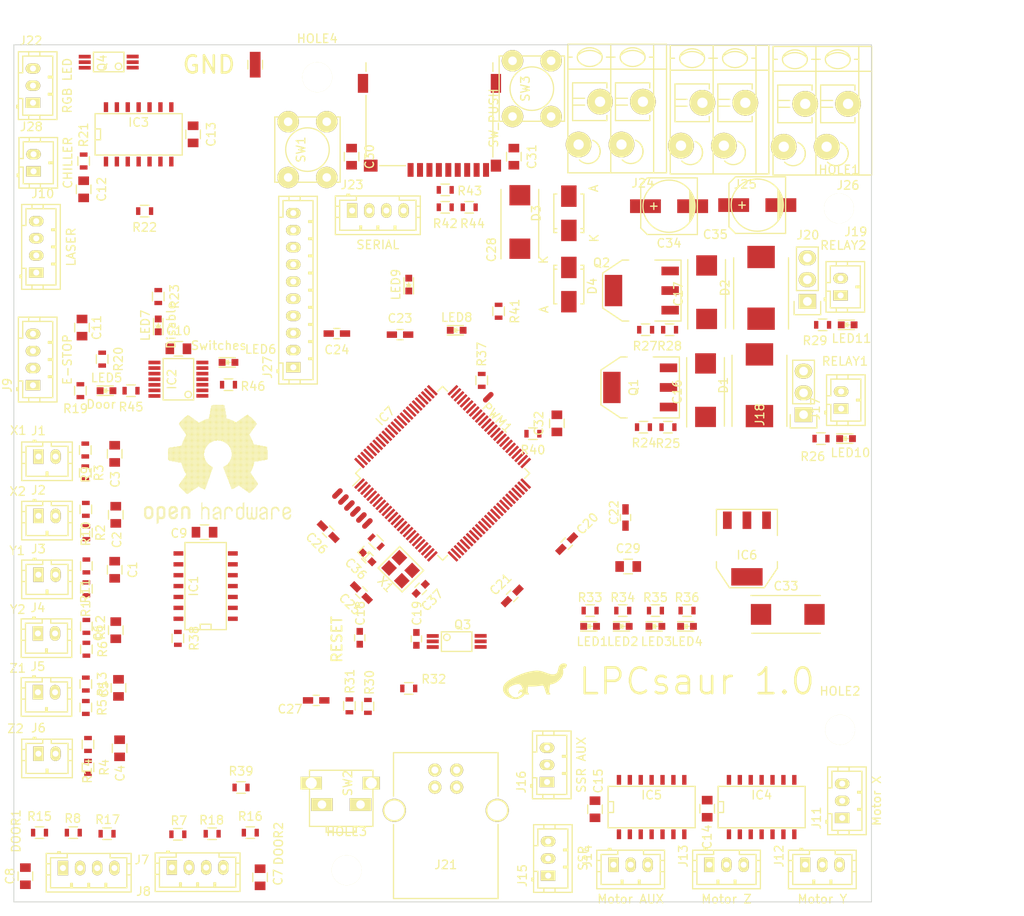
<source format=kicad_pcb>
(kicad_pcb (version 4) (host pcbnew 4.0.2+e4-6225~38~ubuntu14.04.1-stable)
  (layers (0 F.Cu signal) (1 In1.Cu mixed) (2 In2.Cu mixed) (31 B.Cu signal) (35 F.Paste user) (36 B.SilkS user) (37 F.SilkS user) (38 B.Mask user) (39 F.Mask user) (44 Edge.Cuts user))
  (net 0 "")
  (net 1 "Net-(C1-Pad1)")
  (net 2 GND)
  (net 3 "Net-(C2-Pad1)")
  (net 4 "Net-(C3-Pad1)")
  (net 5 "Net-(C4-Pad1)")
  (net 6 "Net-(C5-Pad1)")
  (net 7 "Net-(C6-Pad1)")
  (net 8 "Net-(C7-Pad1)")
  (net 9 "Net-(C8-Pad1)")
  (net 10 +3V3)
  (net 11 "Net-(C11-Pad1)")
  (net 12 P2.6)
  (net 13 +5V)
  (net 14 "Net-(C16-Pad1)")
  (net 15 "Net-(C17-Pad1)")
  (net 16 USB_D+)
  (net 17 USB_D-)
  (net 18 "Net-(C26-Pad1)")
  (net 19 ~RESET)
  (net 20 "Net-(C28-Pad1)")
  (net 21 +12V)
  (net 22 +24V)
  (net 23 "Net-(C36-Pad1)")
  (net 24 "Net-(C37-Pad1)")
  (net 25 "Net-(D1-Pad2)")
  (net 26 "Net-(D2-Pad2)")
  (net 27 V_USB)
  (net 28 "Net-(IC1-Pad6)")
  (net 29 "Net-(IC1-Pad8)")
  (net 30 "Net-(IC1-Pad12)")
  (net 31 "Net-(IC2-Pad12)")
  (net 32 "Net-(IC2-Pad10)")
  (net 33 "Net-(IC2-Pad8)")
  (net 34 PWM0)
  (net 35 "Net-(IC3-Pad3)")
  (net 36 "Net-(IC3-Pad6)")
  (net 37 "Net-(IC3-Pad8)")
  (net 38 P1.1)
  (net 39 DIR1)
  (net 40 "Net-(IC4-Pad2)")
  (net 41 STEP1)
  (net 42 "Net-(IC4-Pad4)")
  (net 43 DIR2)
  (net 44 "Net-(IC4-Pad6)")
  (net 45 "Net-(IC4-Pad8)")
  (net 46 STEP2)
  (net 47 DIR3)
  (net 48 "Net-(IC4-Pad12)")
  (net 49 STEP3)
  (net 50 "Net-(IC4-Pad10)")
  (net 51 DIR4)
  (net 52 "Net-(IC5-Pad2)")
  (net 53 STEP4)
  (net 54 "Net-(IC5-Pad4)")
  (net 55 "Net-(IC5-Pad6)")
  (net 56 "Net-(IC5-Pad8)")
  (net 57 "Net-(IC5-Pad12)")
  (net 58 "Net-(IC5-Pad10)")
  (net 59 "Net-(IC7-Pad1)")
  (net 60 "Net-(IC7-Pad2)")
  (net 61 "Net-(IC7-Pad3)")
  (net 62 "Net-(IC7-Pad4)")
  (net 63 "Net-(IC7-Pad5)")
  (net 64 "Net-(IC7-Pad6)")
  (net 65 "Net-(IC7-Pad7)")
  (net 66 "Net-(IC7-Pad8)")
  (net 67 "Net-(IC7-Pad9)")
  (net 68 P1.31)
  (net 69 P1.30)
  (net 70 "Net-(IC7-Pad24)")
  (net 71 "Net-(IC7-Pad25)")
  (net 72 "Net-(IC7-Pad26)")
  (net 73 "Net-(IC7-Pad27)")
  (net 74 LED1)
  (net 75 LED2)
  (net 76 LED3)
  (net 77 LED4)
  (net 78 P1.22)
  (net 79 P1.23)
  (net 80 X-MIN)
  (net 81 X-MAX)
  (net 82 Y-MIN)
  (net 83 Y-MAX)
  (net 84 Z-MIN)
  (net 85 Z-MAX)
  (net 86 PLAY)
  (net 87 ~ISP)
  (net 88 P2.9)
  (net 89 "Net-(IC7-Pad68)")
  (net 90 SD_MOSI)
  (net 91 SD_MISO)
  (net 92 SD_SCK)
  (net 93 SD_CS)
  (net 94 PLAY_LED)
  (net 95 P1.0)
  (net 96 TX_0)
  (net 97 RX_0)
  (net 98 "Net-(IC7-Pad100)")
  (net 99 "Net-(J7-Pad3)")
  (net 100 "Net-(J8-Pad3)")
  (net 101 "Net-(J9-Pad2)")
  (net 102 "Net-(J21-Pad2)")
  (net 103 "Net-(J21-Pad3)")
  (net 104 "Net-(J22-Pad3)")
  (net 105 "Net-(J28-Pad2)")
  (net 106 "Net-(LED1-Pad2)")
  (net 107 "Net-(LED2-Pad2)")
  (net 108 "Net-(LED3-Pad2)")
  (net 109 "Net-(LED4-Pad2)")
  (net 110 "Net-(LED5-Pad2)")
  (net 111 "Net-(LED6-Pad2)")
  (net 112 "Net-(LED7-Pad2)")
  (net 113 "Net-(LED8-Pad2)")
  (net 114 "Net-(LED9-Pad2)")
  (net 115 "Net-(LED10-Pad2)")
  (net 116 "Net-(LED11-Pad2)")
  (net 117 "Net-(Q1-Pad1)")
  (net 118 "Net-(Q2-Pad1)")
  (net 119 "Net-(Q3-PadD)")
  (net 120 P0.16)
  (net 121 P0.17)
  (net 122 P0.18)
  (net 123 P0.19)
  (module Resistors_SMD:R_0603 (layer F.Cu) (at 126.492 136.652)
    (fp_text reference R39 (at 0 -1.9) (layer F.SilkS))
    (fp_text value 10K)
    (pad 1 smd rect (at -0.75 0) (size 0.5 0.9) (layers F.Cu F.Paste F.Mask) (net 10 +3V3))
    (pad 2 smd rect (at 0.75 0) (size 0.5 0.9) (layers F.Cu F.Paste F.Mask) (net 86 PLAY))
  )
  (module Resistors_SMD:R_0603 (layer F.Cu) (at 127.572 141.922)
    (fp_text reference R16 (at 0 -1.9) (layer F.SilkS))
    (fp_text value 5K6)
    (pad 1 smd rect (at -0.75 0) (size 0.5 0.9) (layers F.Cu F.Paste F.Mask) (net 8 "Net-(C7-Pad1)"))
    (pad 2 smd rect (at 0.75 0) (size 0.5 0.9) (layers F.Cu F.Paste F.Mask) (net 69 P1.30))
  )
  (module Connectors_JST:JST_PH_B2B-PH-K_02x2.00mm_Straight (layer F.Cu) (at 102.87 132.715)
    (fp_text reference J6 (at 0 -3) (layer F.SilkS))
    (fp_text value Z2 (at -2.667 -2.921 180) (layer F.SilkS))
    (pad 1 thru_hole rect (at 0 0) (size 1.2 1.7) (drill 0.7) (layers *.Cu *.Mask F.SilkS) (net 10 +3V3))
    (pad 2 thru_hole oval (at 2 0) (size 1.2 1.7) (drill 0.7) (layers *.Cu *.Mask F.SilkS) (net 85 Z-MAX))
  )
  (module lpcsaur2:TactileSwitchUpright (layer F.Cu) (at 138.176 136.144 270)
    (fp_text reference SW2 (at 0 -0.762 270) (layer F.SilkS))
    (fp_text value SW_PUSH)
    (pad 1 thru_hole rect (at 2.5 -2.25 270) (size 1.5 2.5) (drill 1) (layers *.Cu *.Mask F.SilkS) (net 2 GND))
    (pad 2 thru_hole rect (at 2.5 2.25 270) (size 1.5 2.5) (drill 1) (layers *.Cu *.Mask F.SilkS) (net 86 PLAY))
    (pad "" thru_hole rect (at 0 -3.5 270) (size 1.5 2) (drill 1.3) (layers *.Cu *.Mask F.SilkS))
    (pad "" thru_hole rect (at 0 3.5 270) (size 1.5 2.5) (drill 1.3) (layers *.Cu *.Mask F.SilkS))
  )
  (module Connectors_JST:JST_PH_B2B-PH-K_02x2.00mm_Straight (layer F.Cu) (at 102.807 118.682)
    (fp_text reference J4 (at 0 -3) (layer F.SilkS))
    (fp_text value Y2 (at -2.35 -2.7945 180) (layer F.SilkS))
    (pad 1 thru_hole rect (at 0 0) (size 1.2 1.7) (drill 0.7) (layers *.Cu *.Mask F.SilkS) (net 10 +3V3))
    (pad 2 thru_hole oval (at 2 0) (size 1.2 1.7) (drill 0.7) (layers *.Cu *.Mask F.SilkS) (net 83 Y-MAX))
  )
  (module Connectors_JST:JST_PH_B2B-PH-K_02x2.00mm_Straight (layer F.Cu) (at 102.807 125.54)
    (fp_text reference J5 (at 0 -3) (layer F.SilkS))
    (fp_text value Z1 (at -2.35 -2.7945 180) (layer F.SilkS))
    (pad 1 thru_hole rect (at 0 0) (size 1.2 1.7) (drill 0.7) (layers *.Cu *.Mask F.SilkS) (net 10 +3V3))
    (pad 2 thru_hole oval (at 2 0) (size 1.2 1.7) (drill 0.7) (layers *.Cu *.Mask F.SilkS) (net 84 Z-MIN))
  )
  (module Connectors_JST:JST_PH_B2B-PH-K_02x2.00mm_Straight (layer F.Cu) (at 102.87 111.824)
    (fp_text reference J3 (at 0 -3) (layer F.SilkS))
    (fp_text value Y1 (at -2.4765 -2.7945 180) (layer F.SilkS))
    (pad 1 thru_hole rect (at 0 0) (size 1.2 1.7) (drill 0.7) (layers *.Cu *.Mask F.SilkS) (net 10 +3V3))
    (pad 2 thru_hole oval (at 2 0) (size 1.2 1.7) (drill 0.7) (layers *.Cu *.Mask F.SilkS) (net 82 Y-MIN))
  )
  (module Resistors_SMD:R_0603 (layer F.Cu) (at 108.6485 134.3025 270)
    (fp_text reference R4 (at 0 -1.9 270) (layer F.SilkS))
    (fp_text value 1K)
    (pad 1 smd rect (at -0.75 0 270) (size 0.5 0.9) (layers F.Cu F.Paste F.Mask) (net 85 Z-MAX))
    (pad 2 smd rect (at 0.75 0 270) (size 0.5 0.9) (layers F.Cu F.Paste F.Mask) (net 2 GND))
  )
  (module Resistors_SMD:R_0603 (layer F.Cu) (at 108.331 99.949 270)
    (fp_text reference R3 (at 0 -1.5875 270) (layer F.SilkS))
    (fp_text value 1K)
    (pad 1 smd rect (at -0.75 0 270) (size 0.5 0.9) (layers F.Cu F.Paste F.Mask) (net 80 X-MIN))
    (pad 2 smd rect (at 0.75 0 270) (size 0.5 0.9) (layers F.Cu F.Paste F.Mask) (net 2 GND))
  )
  (module Resistors_SMD:R_0603 (layer F.Cu) (at 108.458 106.934 270)
    (fp_text reference R2 (at 0 -1.651 270) (layer F.SilkS))
    (fp_text value 1K)
    (pad 1 smd rect (at -0.75 0 270) (size 0.5 0.9) (layers F.Cu F.Paste F.Mask) (net 81 X-MAX))
    (pad 2 smd rect (at 0.75 0 270) (size 0.5 0.9) (layers F.Cu F.Paste F.Mask) (net 2 GND))
  )
  (module Connectors_JST:JST_PH_B4B-PH-K_04x2.00mm_Straight (layer F.Cu) (at 118.428 145.986)
    (fp_text reference J8 (at -3.302 2.794) (layer F.SilkS))
    (fp_text value DOOR2 (at 12.446 -2.794 90) (layer F.SilkS))
    (pad 1 thru_hole rect (at 0 0) (size 1.2 1.7) (drill 0.7) (layers *.Cu *.Mask F.SilkS) (net 10 +3V3))
    (pad 2 thru_hole oval (at 2 0) (size 1.2 1.7) (drill 0.7) (layers *.Cu *.Mask F.SilkS) (net 2 GND))
    (pad 3 thru_hole oval (at 4 0) (size 1.2 1.7) (drill 0.7) (layers *.Cu *.Mask F.SilkS) (net 100 "Net-(J8-Pad3)"))
    (pad 4 thru_hole oval (at 6 0) (size 1.2 1.7) (drill 0.7) (layers *.Cu *.Mask F.SilkS) (net 69 P1.30))
  )
  (module Resistors_SMD:R_0603 (layer F.Cu) (at 123.126 142.05 180)
    (fp_text reference R18 (at 0.0635 1.5875 180) (layer F.SilkS))
    (fp_text value 100)
    (pad 1 smd rect (at -0.75 0 180) (size 0.5 0.9) (layers F.Cu F.Paste F.Mask) (net 69 P1.30))
    (pad 2 smd rect (at 0.75 0 180) (size 0.5 0.9) (layers F.Cu F.Paste F.Mask) (net 100 "Net-(J8-Pad3)"))
  )
  (module Resistors_SMD:R_0603 (layer F.Cu) (at 119.126 142.113 180)
    (fp_text reference R7 (at -0.127 1.5875 180) (layer F.SilkS))
    (fp_text value 1K)
    (pad 1 smd rect (at -0.75 0 180) (size 0.5 0.9) (layers F.Cu F.Paste F.Mask) (net 69 P1.30))
    (pad 2 smd rect (at 0.75 0 180) (size 0.5 0.9) (layers F.Cu F.Paste F.Mask) (net 2 GND))
  )
  (module Capacitors_SMD:C_0805 (layer F.Cu) (at 128.714 147.13 270)
    (fp_text reference C7 (at 0 -2.1 270) (layer F.SilkS))
    (fp_text value 100n)
    (pad 1 smd rect (at -1 0 270) (size 1 1.25) (layers F.Cu F.Paste F.Mask) (net 8 "Net-(C7-Pad1)"))
    (pad 2 smd rect (at 1 0 270) (size 1 1.25) (layers F.Cu F.Paste F.Mask) (net 2 GND))
  )
  (module Connectors_JST:JST_PH_B2B-PH-K_02x2.00mm_Straight (layer F.Cu) (at 102.87 98.044)
    (fp_text reference J1 (at 0 -3) (layer F.SilkS))
    (fp_text value X1 (at -2.3495 -3.048 180) (layer F.SilkS))
    (pad 1 thru_hole rect (at 0 0) (size 1.2 1.7) (drill 0.7) (layers *.Cu *.Mask F.SilkS) (net 10 +3V3))
    (pad 2 thru_hole oval (at 2 0) (size 1.2 1.7) (drill 0.7) (layers *.Cu *.Mask F.SilkS) (net 80 X-MIN))
  )
  (module Capacitors_SMD:C_0805 (layer F.Cu) (at 101.346 147.002 270)
    (fp_text reference C8 (at 0 1.778 270) (layer F.SilkS))
    (fp_text value 100n)
    (pad 1 smd rect (at -1 0 270) (size 1 1.25) (layers F.Cu F.Paste F.Mask) (net 9 "Net-(C8-Pad1)"))
    (pad 2 smd rect (at 1 0 270) (size 1 1.25) (layers F.Cu F.Paste F.Mask) (net 2 GND))
  )
  (module Connectors_JST:JST_PH_B2B-PH-K_02x2.00mm_Straight (layer F.Cu) (at 102.87 104.966)
    (fp_text reference J2 (at 0 -3) (layer F.SilkS))
    (fp_text value X2 (at -2.413 -2.858 180) (layer F.SilkS))
    (pad 1 thru_hole rect (at 0 0) (size 1.2 1.7) (drill 0.7) (layers *.Cu *.Mask F.SilkS) (net 10 +3V3))
    (pad 2 thru_hole oval (at 2 0) (size 1.2 1.7) (drill 0.7) (layers *.Cu *.Mask F.SilkS) (net 81 X-MAX))
  )
  (module Resistors_SMD:R_0603 (layer F.Cu) (at 106.934 141.922 180)
    (fp_text reference R8 (at 0.0635 1.651 180) (layer F.SilkS))
    (fp_text value 1K)
    (pad 1 smd rect (at -0.75 0 180) (size 0.5 0.9) (layers F.Cu F.Paste F.Mask) (net 68 P1.31))
    (pad 2 smd rect (at 0.75 0 180) (size 0.5 0.9) (layers F.Cu F.Paste F.Mask) (net 2 GND))
  )
  (module Resistors_SMD:R_0603 (layer F.Cu) (at 110.871 142.05 180)
    (fp_text reference R17 (at -0.0635 1.651 180) (layer F.SilkS))
    (fp_text value 100)
    (pad 1 smd rect (at -0.75 0 180) (size 0.5 0.9) (layers F.Cu F.Paste F.Mask) (net 68 P1.31))
    (pad 2 smd rect (at 0.75 0 180) (size 0.5 0.9) (layers F.Cu F.Paste F.Mask) (net 99 "Net-(J7-Pad3)"))
  )
  (module Connectors_JST:JST_PH_B4B-PH-K_04x2.00mm_Straight (layer F.Cu) (at 105.7275 146.05)
    (fp_text reference J7 (at 9.2075 -0.9525) (layer F.SilkS))
    (fp_text value DOOR1 (at -5.461 -4.318 90) (layer F.SilkS))
    (pad 1 thru_hole rect (at 0 0) (size 1.2 1.7) (drill 0.7) (layers *.Cu *.Mask F.SilkS) (net 10 +3V3))
    (pad 2 thru_hole oval (at 2 0) (size 1.2 1.7) (drill 0.7) (layers *.Cu *.Mask F.SilkS) (net 2 GND))
    (pad 3 thru_hole oval (at 4 0) (size 1.2 1.7) (drill 0.7) (layers *.Cu *.Mask F.SilkS) (net 99 "Net-(J7-Pad3)"))
    (pad 4 thru_hole oval (at 6 0) (size 1.2 1.7) (drill 0.7) (layers *.Cu *.Mask F.SilkS) (net 68 P1.31))
  )
  (module Resistors_SMD:R_0603 (layer F.Cu) (at 102.997 141.922)
    (fp_text reference R15 (at 0 -1.9) (layer F.SilkS))
    (fp_text value 5K6)
    (pad 1 smd rect (at -0.75 0) (size 0.5 0.9) (layers F.Cu F.Paste F.Mask) (net 9 "Net-(C8-Pad1)"))
    (pad 2 smd rect (at 0.75 0) (size 0.5 0.9) (layers F.Cu F.Paste F.Mask) (net 68 P1.31))
  )
  (module Resistors_SMD:R_0603 (layer F.Cu) (at 108.458 120.523 270)
    (fp_text reference R6 (at 0 -1.9 270) (layer F.SilkS))
    (fp_text value 1K)
    (pad 1 smd rect (at -0.75 0 270) (size 0.5 0.9) (layers F.Cu F.Paste F.Mask) (net 83 Y-MAX))
    (pad 2 smd rect (at 0.75 0 270) (size 0.5 0.9) (layers F.Cu F.Paste F.Mask) (net 2 GND))
  )
  (module Capacitors_SMD:C_0805 (layer F.Cu) (at 111.887 118.3005 270)
    (fp_text reference C6 (at 0.3175 2.032 270) (layer F.SilkS))
    (fp_text value 100n)
    (pad 1 smd rect (at -1 0 270) (size 1 1.25) (layers F.Cu F.Paste F.Mask) (net 7 "Net-(C6-Pad1)"))
    (pad 2 smd rect (at 1 0 270) (size 1 1.25) (layers F.Cu F.Paste F.Mask) (net 2 GND))
  )
  (module Resistors_SMD:R_0603 (layer F.Cu) (at 108.458 117.856 270)
    (fp_text reference R12 (at 0.127 -1.651 270) (layer F.SilkS))
    (fp_text value 5K6)
    (pad 1 smd rect (at -0.75 0 270) (size 0.5 0.9) (layers F.Cu F.Paste F.Mask) (net 7 "Net-(C6-Pad1)"))
    (pad 2 smd rect (at 0.75 0 270) (size 0.5 0.9) (layers F.Cu F.Paste F.Mask) (net 83 Y-MAX))
  )
  (module Resistors_SMD:R_0603 (layer F.Cu) (at 108.3945 127.3175 270)
    (fp_text reference R5 (at 0 -1.9 270) (layer F.SilkS))
    (fp_text value 1K)
    (pad 1 smd rect (at -0.75 0 270) (size 0.5 0.9) (layers F.Cu F.Paste F.Mask) (net 84 Z-MIN))
    (pad 2 smd rect (at 0.75 0 270) (size 0.5 0.9) (layers F.Cu F.Paste F.Mask) (net 2 GND))
  )
  (module Capacitors_SMD:C_0805 (layer F.Cu) (at 112.2045 125.0315 270)
    (fp_text reference C5 (at 0.1905 1.7145 270) (layer F.SilkS))
    (fp_text value 100n)
    (pad 1 smd rect (at -1 0 270) (size 1 1.25) (layers F.Cu F.Paste F.Mask) (net 6 "Net-(C5-Pad1)"))
    (pad 2 smd rect (at 1 0 270) (size 1 1.25) (layers F.Cu F.Paste F.Mask) (net 2 GND))
  )
  (module Resistors_SMD:R_0603 (layer F.Cu) (at 108.3945 124.587 270)
    (fp_text reference R13 (at 0 -1.9 270) (layer F.SilkS))
    (fp_text value 5K6)
    (pad 1 smd rect (at -0.75 0 270) (size 0.5 0.9) (layers F.Cu F.Paste F.Mask) (net 6 "Net-(C5-Pad1)"))
    (pad 2 smd rect (at 0.75 0 270) (size 0.5 0.9) (layers F.Cu F.Paste F.Mask) (net 84 Z-MIN))
  )
  (module Resistors_SMD:R_0603 (layer F.Cu) (at 119.126 119.253 270)
    (fp_text reference R38 (at 0 -1.9 270) (layer F.SilkS))
    (fp_text value 10K)
    (pad 1 smd rect (at -0.75 0 270) (size 0.5 0.9) (layers F.Cu F.Paste F.Mask) (net 10 +3V3))
    (pad 2 smd rect (at 0.75 0 270) (size 0.5 0.9) (layers F.Cu F.Paste F.Mask) (net 19 ~RESET))
  )
  (module lpcsaur2:TactileSwitch (layer F.Cu) (at 134.239 62.23 90)
    (fp_text reference SW1 (at 0 -0.762 90) (layer F.SilkS))
    (fp_text value SW_PUSH hide)
    (pad 1 thru_hole circle (at 3.25 -2.25 90) (size 2.5 2.5) (drill 1) (layers *.Cu *.Mask F.SilkS) (net 2 GND))
    (pad 2 thru_hole circle (at 3.25 2.25 90) (size 2.5 2.5) (drill 1) (layers *.Cu *.Mask F.SilkS) (net 19 ~RESET))
    (pad 1 thru_hole circle (at -3.25 -2.25 90) (size 2.5 2.5) (drill 1) (layers *.Cu *.Mask F.SilkS) (net 2 GND))
    (pad 2 thru_hole circle (at -3.25 2.25 90) (size 2.5 2.5) (drill 1) (layers *.Cu *.Mask F.SilkS) (net 19 ~RESET))
  )
  (module Capacitors_SMD:C_0603_HandSoldering (layer F.Cu) (at 135.255 126.492 180)
    (fp_text reference C27 (at 3.048 -1.016 180) (layer F.SilkS))
    (fp_text value 100n hide)
    (pad 1 smd rect (at -0.95 0 180) (size 1.2 0.75) (layers F.Cu F.Paste F.Mask) (net 19 ~RESET))
    (pad 2 smd rect (at 0.95 0 180) (size 1.2 0.75) (layers F.Cu F.Paste F.Mask) (net 2 GND))
  )
  (module Resistors_SMD:R_0603 (layer F.Cu) (at 146.05 125.095 180)
    (fp_text reference R32 (at -2.921 1.0795 180) (layer F.SilkS))
    (fp_text value 1K5)
    (pad 1 smd rect (at -0.75 0 180) (size 0.5 0.9) (layers F.Cu F.Paste F.Mask) (net 119 "Net-(Q3-PadD)"))
    (pad 2 smd rect (at 0.75 0 180) (size 0.5 0.9) (layers F.Cu F.Paste F.Mask) (net 16 USB_D+))
  )
  (module Resistors_SMD:R_0603 (layer F.Cu) (at 141.288 127.19 270)
    (fp_text reference R30 (at -2.794 -0.1905 270) (layer F.SilkS))
    (fp_text value 33)
    (pad 1 smd rect (at -0.75 0 270) (size 0.5 0.9) (layers F.Cu F.Paste F.Mask) (net 17 USB_D-))
    (pad 2 smd rect (at 0.75 0 270) (size 0.5 0.9) (layers F.Cu F.Paste F.Mask) (net 102 "Net-(J21-Pad2)"))
  )
  (module Resistors_SMD:R_0603 (layer F.Cu) (at 139.128 127.127 270)
    (fp_text reference R31 (at -2.8575 -0.0635 270) (layer F.SilkS))
    (fp_text value 33)
    (pad 1 smd rect (at -0.75 0 270) (size 0.5 0.9) (layers F.Cu F.Paste F.Mask) (net 16 USB_D+))
    (pad 2 smd rect (at 0.75 0 270) (size 0.5 0.9) (layers F.Cu F.Paste F.Mask) (net 103 "Net-(J21-Pad3)"))
  )
  (module lpcsaur:SSOP-6-3 (layer F.Cu) (at 151.638 120.904 270)
    (fp_text reference Q3 (at -3.2385 -0.6985 360) (layer F.SilkS))
    (fp_text value BSL207SP)
    (pad D smd rect (at -1.9304 2.794 270) (size 0.4318 1.397) (layers F.Cu F.Paste F.Mask) (net 119 "Net-(Q3-PadD)"))
    (pad D smd rect (at -1.2954 2.794 270) (size 0.4318 1.397) (layers F.Cu F.Paste F.Mask) (net 119 "Net-(Q3-PadD)"))
    (pad G smd rect (at -0.635 2.794 270) (size 0.4318 1.397) (layers F.Cu F.Paste F.Mask) (net 88 P2.9))
    (pad S smd rect (at -0.6477 -2.794 270) (size 0.4318 1.397) (layers F.Cu F.Paste F.Mask) (net 10 +3V3))
    (pad D smd rect (at -1.2954 -2.794 270) (size 0.4318 1.397) (layers F.Cu F.Paste F.Mask) (net 119 "Net-(Q3-PadD)"))
    (pad D smd rect (at -1.9431 -2.794 270) (size 0.4318 1.397) (layers F.Cu F.Paste F.Mask) (net 119 "Net-(Q3-PadD)"))
  )
  (module Capacitors_SMD:C_0603 (layer F.Cu) (at 140.335 119.19 270)
    (fp_text reference C18 (at -2.8575 -0.0635 270) (layer F.SilkS))
    (fp_text value 18p)
    (pad 1 smd rect (at -0.75 0 270) (size 0.8 0.75) (layers F.Cu F.Paste F.Mask) (net 16 USB_D+))
    (pad 2 smd rect (at 0.75 0 270) (size 0.8 0.75) (layers F.Cu F.Paste F.Mask) (net 2 GND))
  )
  (module Connect:USB_B (layer F.Cu) (at 151.638 134.62 270)
    (fp_text reference J21 (at 11.049 1.27 360) (layer F.SilkS))
    (fp_text value USB_B)
    (pad 2 thru_hole circle (at 0 2.54 180) (size 1.524 1.524) (drill 0.8128) (layers *.Cu *.Mask F.SilkS) (net 102 "Net-(J21-Pad2)"))
    (pad 1 thru_hole circle (at 0 0 180) (size 1.524 1.524) (drill 0.8128) (layers *.Cu *.Mask F.SilkS) (net 27 V_USB))
    (pad 4 thru_hole circle (at 1.99898 0 180) (size 1.524 1.524) (drill 0.8128) (layers *.Cu *.Mask F.SilkS) (net 2 GND))
    (pad 3 thru_hole circle (at 1.99898 2.54 180) (size 1.524 1.524) (drill 0.8128) (layers *.Cu *.Mask F.SilkS) (net 103 "Net-(J21-Pad3)"))
    (pad 5 thru_hole circle (at 4.699 7.26948 180) (size 2.70002 2.70002) (drill 2.30124) (layers *.Cu *.Mask F.SilkS) (net 2 GND))
    (pad 5 thru_hole circle (at 4.699 -4.72948 180) (size 2.70002 2.70002) (drill 2.30124) (layers *.Cu *.Mask F.SilkS) (net 2 GND))
  )
  (module Capacitors_SMD:C_0603 (layer F.Cu) (at 146.939 119.316 270)
    (fp_text reference C19 (at -2.9845 -0.0635 270) (layer F.SilkS))
    (fp_text value 18p)
    (pad 1 smd rect (at -0.75 0 270) (size 0.8 0.75) (layers F.Cu F.Paste F.Mask) (net 17 USB_D-))
    (pad 2 smd rect (at 0.75 0 270) (size 0.8 0.75) (layers F.Cu F.Paste F.Mask) (net 2 GND))
  )
  (module Connectors_JST:JST_PH_B3B-PH-K_03x2.00mm_Straight (layer F.Cu) (at 169.926 145.669)
    (fp_text reference J14 (at -3.048 -1.016 90) (layer F.SilkS))
    (fp_text value "Motor AUX" (at 2 4) (layer F.SilkS))
    (pad 1 thru_hole rect (at 0 0) (size 1.2 1.7) (drill 0.7) (layers *.Cu *.Mask F.SilkS) (net 13 +5V))
    (pad 2 thru_hole oval (at 2 0) (size 1.2 1.7) (drill 0.7) (layers *.Cu *.Mask F.SilkS) (net 52 "Net-(IC5-Pad2)"))
    (pad 3 thru_hole oval (at 4 0) (size 1.2 1.7) (drill 0.7) (layers *.Cu *.Mask F.SilkS) (net 54 "Net-(IC5-Pad4)"))
  )
  (module SMD_Packages:SOIC-14_N (layer F.Cu) (at 174.371 138.811)
    (fp_text reference IC5 (at 0 -1.27) (layer F.SilkS))
    (fp_text value 74LVC07)
    (pad 1 smd rect (at -3.81 3.302) (size 0.508 1.143) (layers F.Cu F.Paste F.Mask) (net 51 DIR4))
    (pad 2 smd rect (at -2.54 3.302) (size 0.508 1.143) (layers F.Cu F.Paste F.Mask) (net 52 "Net-(IC5-Pad2)"))
    (pad 3 smd rect (at -1.27 3.302) (size 0.508 1.143) (layers F.Cu F.Paste F.Mask) (net 53 STEP4))
    (pad 4 smd rect (at 0 3.302) (size 0.508 1.143) (layers F.Cu F.Paste F.Mask) (net 54 "Net-(IC5-Pad4)"))
    (pad 5 smd rect (at 1.27 3.302) (size 0.508 1.143) (layers F.Cu F.Paste F.Mask) (net 120 P0.16))
    (pad 6 smd rect (at 2.54 3.302) (size 0.508 1.143) (layers F.Cu F.Paste F.Mask) (net 55 "Net-(IC5-Pad6)"))
    (pad 7 smd rect (at 3.81 3.302) (size 0.508 1.143) (layers F.Cu F.Paste F.Mask) (net 2 GND))
    (pad 8 smd rect (at 3.81 -3.048) (size 0.508 1.143) (layers F.Cu F.Paste F.Mask) (net 56 "Net-(IC5-Pad8)"))
    (pad 9 smd rect (at 2.54 -3.048) (size 0.508 1.143) (layers F.Cu F.Paste F.Mask) (net 121 P0.17))
    (pad 11 smd rect (at 0 -3.048) (size 0.508 1.143) (layers F.Cu F.Paste F.Mask) (net 122 P0.18))
    (pad 12 smd rect (at -1.27 -3.048) (size 0.508 1.143) (layers F.Cu F.Paste F.Mask) (net 57 "Net-(IC5-Pad12)"))
    (pad 13 smd rect (at -2.54 -3.048) (size 0.508 1.143) (layers F.Cu F.Paste F.Mask) (net 123 P0.19))
    (pad 14 smd rect (at -3.81 -3.048) (size 0.508 1.143) (layers F.Cu F.Paste F.Mask) (net 10 +3V3))
    (pad 10 smd rect (at 1.27 -3.048) (size 0.508 1.143) (layers F.Cu F.Paste F.Mask) (net 58 "Net-(IC5-Pad10)"))
  )
  (module Capacitors_SMD:C_0805 (layer F.Cu) (at 180.848 139.1285 270)
    (fp_text reference C14 (at 3.302 0 270) (layer F.SilkS))
    (fp_text value 100n)
    (pad 1 smd rect (at -1 0 270) (size 1 1.25) (layers F.Cu F.Paste F.Mask) (net 10 +3V3))
    (pad 2 smd rect (at 1 0 270) (size 1 1.25) (layers F.Cu F.Paste F.Mask) (net 2 GND))
  )
  (module SMD_Packages:SOIC-14_N (layer F.Cu) (at 187.198 138.811)
    (fp_text reference IC4 (at 0 -1.27) (layer F.SilkS))
    (fp_text value 74LVC07)
    (pad 1 smd rect (at -3.81 3.302) (size 0.508 1.143) (layers F.Cu F.Paste F.Mask) (net 39 DIR1))
    (pad 2 smd rect (at -2.54 3.302) (size 0.508 1.143) (layers F.Cu F.Paste F.Mask) (net 40 "Net-(IC4-Pad2)"))
    (pad 3 smd rect (at -1.27 3.302) (size 0.508 1.143) (layers F.Cu F.Paste F.Mask) (net 41 STEP1))
    (pad 4 smd rect (at 0 3.302) (size 0.508 1.143) (layers F.Cu F.Paste F.Mask) (net 42 "Net-(IC4-Pad4)"))
    (pad 5 smd rect (at 1.27 3.302) (size 0.508 1.143) (layers F.Cu F.Paste F.Mask) (net 43 DIR2))
    (pad 6 smd rect (at 2.54 3.302) (size 0.508 1.143) (layers F.Cu F.Paste F.Mask) (net 44 "Net-(IC4-Pad6)"))
    (pad 7 smd rect (at 3.81 3.302) (size 0.508 1.143) (layers F.Cu F.Paste F.Mask) (net 2 GND))
    (pad 8 smd rect (at 3.81 -3.048) (size 0.508 1.143) (layers F.Cu F.Paste F.Mask) (net 45 "Net-(IC4-Pad8)"))
    (pad 9 smd rect (at 2.54 -3.048) (size 0.508 1.143) (layers F.Cu F.Paste F.Mask) (net 46 STEP2))
    (pad 11 smd rect (at 0 -3.048) (size 0.508 1.143) (layers F.Cu F.Paste F.Mask) (net 47 DIR3))
    (pad 12 smd rect (at -1.27 -3.048) (size 0.508 1.143) (layers F.Cu F.Paste F.Mask) (net 48 "Net-(IC4-Pad12)"))
    (pad 13 smd rect (at -2.54 -3.048) (size 0.508 1.143) (layers F.Cu F.Paste F.Mask) (net 49 STEP3))
    (pad 14 smd rect (at -3.81 -3.048) (size 0.508 1.143) (layers F.Cu F.Paste F.Mask) (net 10 +3V3))
    (pad 10 smd rect (at 1.27 -3.048) (size 0.508 1.143) (layers F.Cu F.Paste F.Mask) (net 50 "Net-(IC4-Pad10)"))
  )
  (module Connectors_JST:JST_PH_B3B-PH-K_03x2.00mm_Straight (layer F.Cu) (at 181.102 145.669)
    (fp_text reference J13 (at -3.048 -1.016 90) (layer F.SilkS))
    (fp_text value "Motor Z" (at 2 4) (layer F.SilkS))
    (pad 1 thru_hole rect (at 0 0) (size 1.2 1.7) (drill 0.7) (layers *.Cu *.Mask F.SilkS) (net 13 +5V))
    (pad 2 thru_hole oval (at 2 0) (size 1.2 1.7) (drill 0.7) (layers *.Cu *.Mask F.SilkS) (net 50 "Net-(IC4-Pad10)"))
    (pad 3 thru_hole oval (at 4 0) (size 1.2 1.7) (drill 0.7) (layers *.Cu *.Mask F.SilkS) (net 48 "Net-(IC4-Pad12)"))
  )
  (module Connectors_JST:JST_PH_B3B-PH-K_03x2.00mm_Straight (layer F.Cu) (at 192.278 145.669)
    (fp_text reference J12 (at -3.048 -1.016 90) (layer F.SilkS))
    (fp_text value "Motor Y" (at 2 4) (layer F.SilkS))
    (pad 1 thru_hole rect (at 0 0) (size 1.2 1.7) (drill 0.7) (layers *.Cu *.Mask F.SilkS) (net 13 +5V))
    (pad 2 thru_hole oval (at 2 0) (size 1.2 1.7) (drill 0.7) (layers *.Cu *.Mask F.SilkS) (net 44 "Net-(IC4-Pad6)"))
    (pad 3 thru_hole oval (at 4 0) (size 1.2 1.7) (drill 0.7) (layers *.Cu *.Mask F.SilkS) (net 45 "Net-(IC4-Pad8)"))
  )
  (module Connectors_JST:JST_PH_B3B-PH-K_03x2.00mm_Straight (layer F.Cu) (at 196.596 140.208 90)
    (fp_text reference J11 (at 0 -3 90) (layer F.SilkS))
    (fp_text value "Motor X" (at 2 4 90) (layer F.SilkS))
    (pad 1 thru_hole rect (at 0 0 90) (size 1.2 1.7) (drill 0.7) (layers *.Cu *.Mask F.SilkS) (net 13 +5V))
    (pad 2 thru_hole oval (at 2 0 90) (size 1.2 1.7) (drill 0.7) (layers *.Cu *.Mask F.SilkS) (net 40 "Net-(IC4-Pad2)"))
    (pad 3 thru_hole oval (at 4 0 90) (size 1.2 1.7) (drill 0.7) (layers *.Cu *.Mask F.SilkS) (net 42 "Net-(IC4-Pad4)"))
  )
  (module LEDs:LED_0603 (layer F.Cu) (at 197.0405 95.9485)
    (fp_text reference LED10 (at 0.508 1.651) (layer F.SilkS))
    (fp_text value SSR1 hide)
    (pad 2 smd rect (at 0.7493 0 180) (size 0.79756 0.79756) (layers F.Cu F.Paste F.Mask) (net 115 "Net-(LED10-Pad2)"))
    (pad 1 smd rect (at -0.7493 0 180) (size 0.79756 0.79756) (layers F.Cu F.Paste F.Mask) (net 25 "Net-(D1-Pad2)"))
  )
  (module Resistors_SMD:R_0603 (layer F.Cu) (at 194.1195 95.9485)
    (fp_text reference R26 (at -0.9525 2.0955) (layer F.SilkS))
    (fp_text value 5K6 hide)
    (pad 1 smd rect (at -0.75 0) (size 0.5 0.9) (layers F.Cu F.Paste F.Mask) (net 14 "Net-(C16-Pad1)"))
    (pad 2 smd rect (at 0.75 0) (size 0.5 0.9) (layers F.Cu F.Paste F.Mask) (net 115 "Net-(LED10-Pad2)"))
  )
  (module LEDs:LED_0603 (layer F.Cu) (at 174.8155 117.856)
    (fp_text reference LED3 (at 0.127 1.778) (layer F.SilkS))
    (fp_text value LED hide)
    (pad 2 smd rect (at 0.7493 0 180) (size 0.79756 0.79756) (layers F.Cu F.Paste F.Mask) (net 108 "Net-(LED3-Pad2)"))
    (pad 1 smd rect (at -0.7493 0 180) (size 0.79756 0.79756) (layers F.Cu F.Paste F.Mask) (net 2 GND))
  )
  (module LEDs:LED_0603 (layer F.Cu) (at 178.4985 117.856)
    (fp_text reference LED4 (at 0 1.778) (layer F.SilkS))
    (fp_text value LED hide)
    (pad 2 smd rect (at 0.7493 0 180) (size 0.79756 0.79756) (layers F.Cu F.Paste F.Mask) (net 109 "Net-(LED4-Pad2)"))
    (pad 1 smd rect (at -0.7493 0 180) (size 0.79756 0.79756) (layers F.Cu F.Paste F.Mask) (net 2 GND))
  )
  (module LEDs:LED_0603 (layer F.Cu) (at 171.0055 117.856)
    (fp_text reference LED2 (at 0 1.778) (layer F.SilkS))
    (fp_text value LED hide)
    (pad 2 smd rect (at 0.7493 0 180) (size 0.79756 0.79756) (layers F.Cu F.Paste F.Mask) (net 107 "Net-(LED2-Pad2)"))
    (pad 1 smd rect (at -0.7493 0 180) (size 0.79756 0.79756) (layers F.Cu F.Paste F.Mask) (net 2 GND))
  )
  (module Resistors_SMD:R_0603 (layer F.Cu) (at 174.8155 116.0145 180)
    (fp_text reference R35 (at 0 1.524 180) (layer F.SilkS))
    (fp_text value 1K hide)
    (pad 1 smd rect (at -0.75 0 180) (size 0.5 0.9) (layers F.Cu F.Paste F.Mask) (net 108 "Net-(LED3-Pad2)"))
    (pad 2 smd rect (at 0.75 0 180) (size 0.5 0.9) (layers F.Cu F.Paste F.Mask) (net 76 LED3))
  )
  (module Resistors_SMD:R_0603 (layer F.Cu) (at 171.0055 116.0145 180)
    (fp_text reference R34 (at 0 1.524 180) (layer F.SilkS))
    (fp_text value 1K hide)
    (pad 1 smd rect (at -0.75 0 180) (size 0.5 0.9) (layers F.Cu F.Paste F.Mask) (net 107 "Net-(LED2-Pad2)"))
    (pad 2 smd rect (at 0.75 0 180) (size 0.5 0.9) (layers F.Cu F.Paste F.Mask) (net 75 LED2))
  )
  (module Resistors_SMD:R_0603 (layer F.Cu) (at 178.4985 116.0145 180)
    (fp_text reference R36 (at 0 1.524 180) (layer F.SilkS))
    (fp_text value 1K hide)
    (pad 1 smd rect (at -0.75 0 180) (size 0.5 0.9) (layers F.Cu F.Paste F.Mask) (net 109 "Net-(LED4-Pad2)"))
    (pad 2 smd rect (at 0.75 0 180) (size 0.5 0.9) (layers F.Cu F.Paste F.Mask) (net 77 LED4))
  )
  (module Connectors_JST:JST_PH_B3B-PH-K_03x2.00mm_Straight (layer F.Cu) (at 162.179 136.017 90)
    (fp_text reference J16 (at 0 -3 90) (layer F.SilkS))
    (fp_text value "SSR AUX" (at 2 4 90) (layer F.SilkS))
    (pad 1 thru_hole rect (at 0 0 90) (size 1.2 1.7) (drill 0.7) (layers *.Cu *.Mask F.SilkS) (net 13 +5V))
    (pad 2 thru_hole oval (at 2 0 90) (size 1.2 1.7) (drill 0.7) (layers *.Cu *.Mask F.SilkS) (net 58 "Net-(IC5-Pad10)"))
    (pad 3 thru_hole oval (at 4 0 90) (size 1.2 1.7) (drill 0.7) (layers *.Cu *.Mask F.SilkS) (net 57 "Net-(IC5-Pad12)"))
  )
  (module Capacitors_SMD:C_0805 (layer F.Cu) (at 167.767 139.192 270)
    (fp_text reference C15 (at -3.302 -0.381 270) (layer F.SilkS))
    (fp_text value 100n)
    (pad 1 smd rect (at -1 0 270) (size 1 1.25) (layers F.Cu F.Paste F.Mask) (net 10 +3V3))
    (pad 2 smd rect (at 1 0 270) (size 1 1.25) (layers F.Cu F.Paste F.Mask) (net 2 GND))
  )
  (module Connectors_JST:JST_PH_B3B-PH-K_03x2.00mm_Straight (layer F.Cu) (at 162.306 146.939 90)
    (fp_text reference J15 (at 0 -3 90) (layer F.SilkS))
    (fp_text value SSR (at 2.032 4.064 90) (layer F.SilkS))
    (pad 1 thru_hole rect (at 0 0 90) (size 1.2 1.7) (drill 0.7) (layers *.Cu *.Mask F.SilkS) (net 13 +5V))
    (pad 2 thru_hole oval (at 2 0 90) (size 1.2 1.7) (drill 0.7) (layers *.Cu *.Mask F.SilkS) (net 55 "Net-(IC5-Pad6)"))
    (pad 3 thru_hole oval (at 4 0 90) (size 1.2 1.7) (drill 0.7) (layers *.Cu *.Mask F.SilkS) (net 56 "Net-(IC5-Pad8)"))
  )
  (module LEDs:LED_0603 (layer F.Cu) (at 167.1955 117.856)
    (fp_text reference LED1 (at 0.254 1.778) (layer F.SilkS))
    (fp_text value LED hide)
    (pad 2 smd rect (at 0.7493 0 180) (size 0.79756 0.79756) (layers F.Cu F.Paste F.Mask) (net 106 "Net-(LED1-Pad2)"))
    (pad 1 smd rect (at -0.7493 0 180) (size 0.79756 0.79756) (layers F.Cu F.Paste F.Mask) (net 2 GND))
  )
  (module Resistors_SMD:R_0603 (layer F.Cu) (at 167.1955 116.0145 180)
    (fp_text reference R33 (at 0 1.524 180) (layer F.SilkS))
    (fp_text value 1K)
    (pad 1 smd rect (at -0.75 0 180) (size 0.5 0.9) (layers F.Cu F.Paste F.Mask) (net 106 "Net-(LED1-Pad2)"))
    (pad 2 smd rect (at 0.75 0 180) (size 0.5 0.9) (layers F.Cu F.Paste F.Mask) (net 74 LED1))
  )
  (module Resistors_SMD:R_0603 (layer F.Cu) (at 176.276 94.615 180)
    (fp_text reference R25 (at 0 -1.9 180) (layer F.SilkS))
    (fp_text value 22)
    (pad 1 smd rect (at -0.75 0 180) (size 0.5 0.9) (layers F.Cu F.Paste F.Mask) (net 117 "Net-(Q1-Pad1)"))
    (pad 2 smd rect (at 0.75 0 180) (size 0.5 0.9) (layers F.Cu F.Paste F.Mask) (net 78 P1.22))
  )
  (module lpcsaur:SOT-223-3 (layer F.Cu) (at 173.228 78.677 90)
    (fp_text reference Q2 (at 3.2385 -4.699 180) (layer F.SilkS))
    (fp_text value ZXMN4A06)
    (pad "" smd rect (at 0 -3.302 90) (size 3.6576 2.032) (layers F.Cu F.Paste F.Mask))
    (pad 2 smd rect (at 0 3.302 90) (size 1.016 2.032) (layers F.Cu F.Paste F.Mask) (net 26 "Net-(D2-Pad2)"))
    (pad 3 smd rect (at 2.286 3.302 90) (size 1.016 2.032) (layers F.Cu F.Paste F.Mask) (net 2 GND))
    (pad 1 smd rect (at -2.286 3.302 90) (size 1.016 2.032) (layers F.Cu F.Paste F.Mask) (net 118 "Net-(Q2-Pad1)"))
  )
  (module Resistors_SMD:R_0603 (layer F.Cu) (at 173.4185 94.615)
    (fp_text reference R24 (at 0.0635 1.8415) (layer F.SilkS))
    (fp_text value 10K)
    (pad 1 smd rect (at -0.75 0) (size 0.5 0.9) (layers F.Cu F.Paste F.Mask) (net 2 GND))
    (pad 2 smd rect (at 0.75 0) (size 0.5 0.9) (layers F.Cu F.Paste F.Mask) (net 78 P1.22))
  )
  (module lpcsaur:SOT-223-3 (layer F.Cu) (at 173.0375 89.9795 90)
    (fp_text reference Q1 (at 0 -0.762 90) (layer F.SilkS))
    (fp_text value ZXMN4A06)
    (pad "" smd rect (at 0 -3.302 90) (size 3.6576 2.032) (layers F.Cu F.Paste F.Mask))
    (pad 2 smd rect (at 0 3.302 90) (size 1.016 2.032) (layers F.Cu F.Paste F.Mask) (net 25 "Net-(D1-Pad2)"))
    (pad 3 smd rect (at 2.286 3.302 90) (size 1.016 2.032) (layers F.Cu F.Paste F.Mask) (net 2 GND))
    (pad 1 smd rect (at -2.286 3.302 90) (size 1.016 2.032) (layers F.Cu F.Paste F.Mask) (net 117 "Net-(Q1-Pad1)"))
  )
  (module Capacitors_Tantalum_SMD:TantalC_SizeD_EIA-7343_Reflow (layer F.Cu) (at 180.6575 90.297 90)
    (fp_text reference C16 (at -0.20066 -3.29946 90) (layer F.SilkS))
    (fp_text value 10u)
    (pad 2 smd rect (at 3.12 0 90) (size 2.37 2.43) (layers F.Cu F.Paste F.Mask) (net 2 GND))
    (pad 1 smd rect (at -3.12 0 90) (size 2.37 2.43) (layers F.Cu F.Paste F.Mask) (net 14 "Net-(C16-Pad1)"))
  )
  (module Resistors_SMD:R_0603 (layer F.Cu) (at 176.4665 83.2485 180)
    (fp_text reference R28 (at 0 -1.9 180) (layer F.SilkS))
    (fp_text value 22)
    (pad 1 smd rect (at -0.75 0 180) (size 0.5 0.9) (layers F.Cu F.Paste F.Mask) (net 118 "Net-(Q2-Pad1)"))
    (pad 2 smd rect (at 0.75 0 180) (size 0.5 0.9) (layers F.Cu F.Paste F.Mask) (net 79 P1.23))
  )
  (module Resistors_SMD:R_0603 (layer F.Cu) (at 173.6725 83.2485)
    (fp_text reference R27 (at -0.0635 1.905) (layer F.SilkS))
    (fp_text value 10K)
    (pad 1 smd rect (at -0.75 0) (size 0.5 0.9) (layers F.Cu F.Paste F.Mask) (net 2 GND))
    (pad 2 smd rect (at 0.75 0) (size 0.5 0.9) (layers F.Cu F.Paste F.Mask) (net 79 P1.23))
  )
  (module Capacitors_SMD:C_0805 (layer F.Cu) (at 171.64 110.871)
    (fp_text reference C29 (at 0 -2.1) (layer F.SilkS))
    (fp_text value 100n)
    (pad 1 smd rect (at -1 0) (size 1 1.25) (layers F.Cu F.Paste F.Mask) (net 10 +3V3))
    (pad 2 smd rect (at 1 0) (size 1 1.25) (layers F.Cu F.Paste F.Mask) (net 2 GND))
  )
  (module Capacitors_Tantalum_SMD:TantalC_SizeD_EIA-7343_Reflow (layer F.Cu) (at 190.246 116.459)
    (fp_text reference C33 (at -0.20066 -3.29946) (layer F.SilkS))
    (fp_text value 10u)
    (pad 2 smd rect (at 3.12 0) (size 2.37 2.43) (layers F.Cu F.Paste F.Mask) (net 2 GND))
    (pad 1 smd rect (at -3.12 0) (size 2.37 2.43) (layers F.Cu F.Paste F.Mask) (net 10 +3V3))
  )
  (module TO_SOT_Packages_SMD:SOT-223 (layer F.Cu) (at 185.484 108.775 180)
    (fp_text reference IC6 (at 0 -0.762 180) (layer F.SilkS))
    (fp_text value LM1117-3.3)
    (pad 4 smd rect (at 0 -3.302 180) (size 3.6576 2.032) (layers F.Cu F.Paste F.Mask) (net 10 +3V3))
    (pad 2 smd rect (at 0 3.302 180) (size 1.016 2.032) (layers F.Cu F.Paste F.Mask) (net 10 +3V3))
    (pad 3 smd rect (at 2.286 3.302 180) (size 1.016 2.032) (layers F.Cu F.Paste F.Mask) (net 20 "Net-(C28-Pad1)"))
    (pad 1 smd rect (at -2.286 3.302 180) (size 1.016 2.032) (layers F.Cu F.Paste F.Mask) (net 2 GND))
  )
  (module lpcsaur2:TP_Oblong (layer F.Cu) (at 155.321 91.1225 45)
    (fp_text reference PWM1 (at -0.9525 2.413 135) (layer F.SilkS))
    (fp_text value TEST_1P hide)
    (pad 1 smd oval (at 0 0 45) (size 1.5 0.6) (layers F.Cu F.Mask) (net 89 "Net-(IC7-Pad68)"))
  )
  (module Capacitors_SMD:C_0805 (layer F.Cu) (at 163.322 94.1705 90)
    (fp_text reference C32 (at 0 -2.1 90) (layer F.SilkS))
    (fp_text value 100n)
    (pad 1 smd rect (at -1 0 90) (size 1 1.25) (layers F.Cu F.Paste F.Mask) (net 10 +3V3))
    (pad 2 smd rect (at 1 0 90) (size 1 1.25) (layers F.Cu F.Paste F.Mask) (net 2 GND))
  )
  (module Capacitors_SMD:C_0603_HandSoldering (layer F.Cu) (at 171.323 105.156 90)
    (fp_text reference C22 (at 0.5715 -1.3335 90) (layer F.SilkS))
    (fp_text value 100n)
    (pad 1 smd rect (at -0.95 0 90) (size 1.2 0.75) (layers F.Cu F.Paste F.Mask) (net 10 +3V3))
    (pad 2 smd rect (at 0.95 0 90) (size 1.2 0.75) (layers F.Cu F.Paste F.Mask) (net 2 GND))
  )
  (module Diodes_SMD:SMA_Standard (layer F.Cu) (at 164.719 77.978 270)
    (fp_text reference D4 (at 0.1905 -2.7305 270) (layer F.SilkS))
    (fp_text value MBRA210LT3)
    (fp_text user K (at -2.9 2.95 270) (layer F.SilkS))
    (fp_text user A (at 2.9 2.9 270) (layer F.SilkS))
    (pad 1 smd rect (at -1.99898 0 270) (size 2.49936 1.80086) (layers F.Cu F.Paste F.Mask) (net 20 "Net-(C28-Pad1)"))
    (pad 2 smd rect (at 1.99898 0 270) (size 2.49936 1.80086) (layers F.Cu F.Paste F.Mask) (net 27 V_USB))
  )
  (module LEDs:LED_0603 (layer F.Cu) (at 197.231 82.677)
    (fp_text reference LED11 (at 0.4445 1.5875) (layer F.SilkS))
    (fp_text value SSR2 hide)
    (pad 2 smd rect (at 0.7493 0 180) (size 0.79756 0.79756) (layers F.Cu F.Paste F.Mask) (net 116 "Net-(LED11-Pad2)"))
    (pad 1 smd rect (at -0.7493 0 180) (size 0.79756 0.79756) (layers F.Cu F.Paste F.Mask) (net 26 "Net-(D2-Pad2)"))
  )
  (module Connectors_JST:JST_PH_B2B-PH-K_02x2.00mm_Straight (layer F.Cu) (at 196.469 92.456 90)
    (fp_text reference J17 (at 0 -3 90) (layer F.SilkS))
    (fp_text value RELAY1 (at 5.5245 0.4445 180) (layer F.SilkS))
    (pad 1 thru_hole rect (at 0 0 90) (size 1.2 1.7) (drill 0.7) (layers *.Cu *.Mask F.SilkS) (net 25 "Net-(D1-Pad2)"))
    (pad 2 thru_hole oval (at 2 0 90) (size 1.2 1.7) (drill 0.7) (layers *.Cu *.Mask F.SilkS) (net 14 "Net-(C16-Pad1)"))
  )
  (module Resistors_SMD:R_0603 (layer F.Cu) (at 194.31 82.677)
    (fp_text reference R29 (at -0.889 1.8415) (layer F.SilkS))
    (fp_text value 5K6 hide)
    (pad 1 smd rect (at -0.75 0) (size 0.5 0.9) (layers F.Cu F.Paste F.Mask) (net 15 "Net-(C17-Pad1)"))
    (pad 2 smd rect (at 0.75 0) (size 0.5 0.9) (layers F.Cu F.Paste F.Mask) (net 116 "Net-(LED11-Pad2)"))
  )
  (module Socket_Strips:Socket_Strip_Straight_1x03 (layer F.Cu) (at 192.0875 93.1545 90)
    (fp_text reference J18 (at 0 -5.1 90) (layer F.SilkS))
    (fp_text value V-SELECT)
    (pad 1 thru_hole rect (at 0 0 90) (size 1.7272 2.032) (drill 1.016) (layers *.Cu *.Mask F.SilkS) (net 21 +12V))
    (pad 2 thru_hole oval (at 2.54 0 90) (size 1.7272 2.032) (drill 1.016) (layers *.Cu *.Mask F.SilkS) (net 14 "Net-(C16-Pad1)"))
    (pad 3 thru_hole oval (at 5.08 0 90) (size 1.7272 2.032) (drill 1.016) (layers *.Cu *.Mask F.SilkS) (net 22 +24V))
  )
  (module Capacitors_Tantalum_SMD:TantalC_SizeD_EIA-7343_Reflow (layer F.Cu) (at 180.7845 78.867 90)
    (fp_text reference C17 (at -0.20066 -3.29946 90) (layer F.SilkS))
    (fp_text value 10u)
    (pad 2 smd rect (at 3.12 0 90) (size 2.37 2.43) (layers F.Cu F.Paste F.Mask) (net 2 GND))
    (pad 1 smd rect (at -3.12 0 90) (size 2.37 2.43) (layers F.Cu F.Paste F.Mask) (net 15 "Net-(C17-Pad1)"))
  )
  (module Connectors_JST:JST_PH_B2B-PH-K_02x2.00mm_Straight (layer F.Cu) (at 196.4055 79.248 90)
    (fp_text reference J19 (at 7.4295 1.778 180) (layer F.SilkS))
    (fp_text value RELAY2 (at 5.842 0.3175 180) (layer F.SilkS))
    (pad 1 thru_hole rect (at 0 0 90) (size 1.2 1.7) (drill 0.7) (layers *.Cu *.Mask F.SilkS) (net 26 "Net-(D2-Pad2)"))
    (pad 2 thru_hole oval (at 2 0 90) (size 1.2 1.7) (drill 0.7) (layers *.Cu *.Mask F.SilkS) (net 15 "Net-(C17-Pad1)"))
  )
  (module Socket_Strips:Socket_Strip_Straight_1x03 (layer F.Cu) (at 192.532 79.9465 90)
    (fp_text reference J20 (at 7.747 0.0635 180) (layer F.SilkS))
    (fp_text value V-SELECT hide)
    (pad 1 thru_hole rect (at 0 0 90) (size 1.7272 2.032) (drill 1.016) (layers *.Cu *.Mask F.SilkS) (net 21 +12V))
    (pad 2 thru_hole oval (at 2.54 0 90) (size 1.7272 2.032) (drill 1.016) (layers *.Cu *.Mask F.SilkS) (net 15 "Net-(C17-Pad1)"))
    (pad 3 thru_hole oval (at 5.08 0 90) (size 1.7272 2.032) (drill 1.016) (layers *.Cu *.Mask F.SilkS) (net 22 +24V))
  )
  (module Capacitors_SMD:c_elec_6.3x7.7 (layer F.Cu) (at 186.69 68.707 180)
    (fp_text reference C35 (at 4.8895 -3.429 180) (layer F.SilkS))
    (fp_text value 100u)
    (pad 1 smd rect (at 2.75082 0 180) (size 3.59918 1.6002) (layers F.Cu F.Paste F.Mask) (net 22 +24V))
    (pad 2 smd rect (at -2.75082 0 180) (size 3.59918 1.6002) (layers F.Cu F.Paste F.Mask) (net 2 GND))
  )
  (module Capacitors_SMD:c_elec_6.3x7.7 (layer F.Cu) (at 176.403 68.834 180)
    (fp_text reference C34 (at 0 -4.318 180) (layer F.SilkS))
    (fp_text value 100u)
    (pad 1 smd rect (at 2.75082 0 180) (size 3.59918 1.6002) (layers F.Cu F.Paste F.Mask) (net 21 +12V))
    (pad 2 smd rect (at -2.75082 0 180) (size 3.59918 1.6002) (layers F.Cu F.Paste F.Mask) (net 2 GND))
  )
  (module Terminal_Blocks:TerminalBlock_WAGO-804_RM5mm_2pol (layer F.Cu) (at 197.278 56.896 180)
    (fp_text reference J26 (at 0 -9.5 180) (layer F.SilkS))
    (fp_text value "24V IN")
    (pad 2 thru_hole circle (at 7.49936 -5.00126 180) (size 3 3) (drill 1.2) (layers *.Cu *.Mask F.SilkS) (net 22 +24V))
    (pad 2 thru_hole circle (at 5 0 180) (size 3 3) (drill 1.2) (layers *.Cu *.Mask F.SilkS) (net 22 +24V))
    (pad 1 thru_hole circle (at 0 0 180) (size 3 3) (drill 1.2) (layers *.Cu *.Mask F.SilkS) (net 2 GND))
    (pad 1 thru_hole circle (at 2.49936 -5.00126 180) (size 3 3) (drill 1.2) (layers *.Cu *.Mask F.SilkS) (net 2 GND))
  )
  (module Terminal_Blocks:TerminalBlock_WAGO-804_RM5mm_2pol (layer F.Cu) (at 185.293 56.769 180)
    (fp_text reference J25 (at 0 -9.5 180) (layer F.SilkS))
    (fp_text value "12V IN")
    (pad 2 thru_hole circle (at 7.49936 -5.00126 180) (size 3 3) (drill 1.2) (layers *.Cu *.Mask F.SilkS) (net 21 +12V))
    (pad 2 thru_hole circle (at 5 0 180) (size 3 3) (drill 1.2) (layers *.Cu *.Mask F.SilkS) (net 21 +12V))
    (pad 1 thru_hole circle (at 0 0 180) (size 3 3) (drill 1.2) (layers *.Cu *.Mask F.SilkS) (net 2 GND))
    (pad 1 thru_hole circle (at 2.49936 -5.00126 180) (size 3 3) (drill 1.2) (layers *.Cu *.Mask F.SilkS) (net 2 GND))
  )
  (module Capacitors_Tantalum_SMD:TantalC_SizeD_EIA-7343_Reflow (layer F.Cu) (at 159.004 70.6755 90)
    (fp_text reference C28 (at -3.2385 -3.302 90) (layer F.SilkS))
    (fp_text value 10u)
    (pad 2 smd rect (at 3.12 0 90) (size 2.37 2.43) (layers F.Cu F.Paste F.Mask) (net 2 GND))
    (pad 1 smd rect (at -3.12 0 90) (size 2.37 2.43) (layers F.Cu F.Paste F.Mask) (net 20 "Net-(C28-Pad1)"))
  )
  (module LEDs:LED_0603 (layer F.Cu) (at 151.638 83.312)
    (fp_text reference LED8 (at 0 -1.5) (layer F.SilkS))
    (fp_text value Play)
    (pad 2 smd rect (at 0.7493 0 180) (size 0.79756 0.79756) (layers F.Cu F.Paste F.Mask) (net 113 "Net-(LED8-Pad2)"))
    (pad 1 smd rect (at -0.7493 0 180) (size 0.79756 0.79756) (layers F.Cu F.Paste F.Mask) (net 94 PLAY_LED))
  )
  (module Resistors_SMD:R_0603 (layer F.Cu) (at 154.559 89.154 90)
    (fp_text reference R37 (at 3.048 0 90) (layer F.SilkS))
    (fp_text value 1K)
    (pad 1 smd rect (at -0.75 0 90) (size 0.5 0.9) (layers F.Cu F.Paste F.Mask) (net 10 +3V3))
    (pad 2 smd rect (at 0.75 0 90) (size 0.5 0.9) (layers F.Cu F.Paste F.Mask) (net 113 "Net-(LED8-Pad2)"))
  )
  (module LEDs:LED_0603 (layer F.Cu) (at 146.05 77.978 90)
    (fp_text reference LED9 (at 0 -1.5 90) (layer F.SilkS))
    (fp_text value 3V3)
    (pad 2 smd rect (at 0.7493 0 270) (size 0.79756 0.79756) (layers F.Cu F.Paste F.Mask) (net 114 "Net-(LED9-Pad2)"))
    (pad 1 smd rect (at -0.7493 0 270) (size 0.79756 0.79756) (layers F.Cu F.Paste F.Mask) (net 2 GND))
  )
  (module Diodes_SMD:SMA_Standard (layer F.Cu) (at 164.719 69.6595 90)
    (fp_text reference D3 (at 0 -3.81 90) (layer F.SilkS))
    (fp_text value MBRA210LT3)
    (fp_text user K (at -2.9 2.95 90) (layer F.SilkS))
    (fp_text user A (at 2.9 2.9 90) (layer F.SilkS))
    (pad 1 smd rect (at -1.99898 0 90) (size 2.49936 1.80086) (layers F.Cu F.Paste F.Mask) (net 20 "Net-(C28-Pad1)"))
    (pad 2 smd rect (at 1.99898 0 90) (size 2.49936 1.80086) (layers F.Cu F.Paste F.Mask) (net 13 +5V))
  )
  (module Resistors_SMD:R_0603 (layer F.Cu) (at 156.5275 81.0895 270)
    (fp_text reference R41 (at 0 -1.9 270) (layer F.SilkS))
    (fp_text value 1K)
    (pad 1 smd rect (at -0.75 0 270) (size 0.5 0.9) (layers F.Cu F.Paste F.Mask) (net 114 "Net-(LED9-Pad2)"))
    (pad 2 smd rect (at 0.75 0 270) (size 0.5 0.9) (layers F.Cu F.Paste F.Mask) (net 10 +3V3))
  )
  (module Terminal_Blocks:TerminalBlock_WAGO-804_RM5mm_2pol (layer F.Cu) (at 173.355 56.642 180)
    (fp_text reference J24 (at 0 -9.5 180) (layer F.SilkS))
    (fp_text value "5V IN")
    (pad 2 thru_hole circle (at 7.49936 -5.00126 180) (size 3 3) (drill 1.2) (layers *.Cu *.Mask F.SilkS) (net 2 GND))
    (pad 2 thru_hole circle (at 5 0 180) (size 3 3) (drill 1.2) (layers *.Cu *.Mask F.SilkS) (net 2 GND))
    (pad 1 thru_hole circle (at 0 0 180) (size 3 3) (drill 1.2) (layers *.Cu *.Mask F.SilkS) (net 13 +5V))
    (pad 1 thru_hole circle (at 2.49936 -5.00126 180) (size 3 3) (drill 1.2) (layers *.Cu *.Mask F.SilkS) (net 13 +5V))
  )
  (module Resistors_SMD:R_0603 (layer F.Cu) (at 160.528 95.377 180)
    (fp_text reference R40 (at 0 -1.9 180) (layer F.SilkS))
    (fp_text value 10K)
    (pad 1 smd rect (at -0.75 0 180) (size 0.5 0.9) (layers F.Cu F.Paste F.Mask) (net 10 +3V3))
    (pad 2 smd rect (at 0.75 0 180) (size 0.5 0.9) (layers F.Cu F.Paste F.Mask) (net 87 ~ISP))
  )
  (module lpcsaur2:TactileSwitch (layer F.Cu) (at 160.401 55.118 90)
    (fp_text reference SW3 (at 0 -0.762 90) (layer F.SilkS))
    (fp_text value SW_PUSH (at -3.429 -4.445 90) (layer F.SilkS))
    (pad 1 thru_hole circle (at 3.25 -2.25 90) (size 2.5 2.5) (drill 1) (layers *.Cu *.Mask F.SilkS) (net 2 GND))
    (pad 2 thru_hole circle (at 3.25 2.25 90) (size 2.5 2.5) (drill 1) (layers *.Cu *.Mask F.SilkS) (net 87 ~ISP))
    (pad 1 thru_hole circle (at -3.25 -2.25 90) (size 2.5 2.5) (drill 1) (layers *.Cu *.Mask F.SilkS) (net 2 GND))
    (pad 2 thru_hole circle (at -3.25 2.25 90) (size 2.5 2.5) (drill 1) (layers *.Cu *.Mask F.SilkS) (net 87 ~ISP))
  )
  (module Capacitors_SMD:C_0603_HandSoldering (layer F.Cu) (at 140.5255 113.919 135)
    (fp_text reference C25 (at 0 -1.9 135) (layer F.SilkS))
    (fp_text value 100n)
    (pad 1 smd rect (at -0.95 0 135) (size 1.2 0.75) (layers F.Cu F.Paste F.Mask) (net 10 +3V3))
    (pad 2 smd rect (at 0.95 0 135) (size 1.2 0.75) (layers F.Cu F.Paste F.Mask) (net 2 GND))
  )
  (module Resistors_SMD:R_0603 (layer F.Cu) (at 142.24 108.0135 135)
    (fp_text reference L1 (at 0 -1.9 135) (layer F.SilkS))
    (fp_text value "39 nH")
    (pad 1 smd rect (at -0.75 0 135) (size 0.5 0.9) (layers F.Cu F.Paste F.Mask) (net 10 +3V3))
    (pad 2 smd rect (at 0.75 0 135) (size 0.5 0.9) (layers F.Cu F.Paste F.Mask) (net 18 "Net-(C26-Pad1)"))
  )
  (module Capacitors_SMD:C_0603 (layer F.Cu) (at 141.224 109.7915 135)
    (fp_text reference C36 (at 0 -1.9 135) (layer F.SilkS))
    (fp_text value 12p)
    (pad 1 smd rect (at -0.75 0 135) (size 0.8 0.75) (layers F.Cu F.Paste F.Mask) (net 23 "Net-(C36-Pad1)"))
    (pad 2 smd rect (at 0.75 0 135) (size 0.8 0.75) (layers F.Cu F.Paste F.Mask) (net 2 GND))
  )
  (module lpcsaur2:CrystalSmd2.5x3.2 (layer F.Cu) (at 145.0975 111.1885 135)
    (fp_text reference X1 (at 0 -2.5 135) (layer F.SilkS))
    (fp_text value "12 MHz")
    (pad 1 smd rect (at 1.05 -0.85 135) (size 1.3 1.3) (layers F.Cu F.Paste F.Mask) (net 23 "Net-(C36-Pad1)"))
    (pad "" smd rect (at -1.05 -0.85 135) (size 1.3 1.3) (layers F.Cu F.Paste F.Mask))
    (pad "" smd rect (at 1.05 0.85 135) (size 1.3 1.3) (layers F.Cu F.Paste F.Mask))
    (pad 2 smd rect (at -1.05 0.85 135) (size 1.3 1.3) (layers F.Cu F.Paste F.Mask) (net 24 "Net-(C37-Pad1)"))
  )
  (module lpcsaur2:TP_Oblong (layer F.Cu) (at 141.224 105.8545 45)
    (fp_text reference JTAG5 hide)
    (fp_text value TEST_1P hide)
    (pad 1 smd oval (at 0 0 45) (size 1.5 0.6) (layers F.Cu F.Mask) (net 63 "Net-(IC7-Pad5)"))
  )
  (module Capacitors_SMD:C_0805 (layer F.Cu) (at 158.3055 63.0555 270)
    (fp_text reference C31 (at 0 -2.1 270) (layer F.SilkS))
    (fp_text value 100n)
    (pad 1 smd rect (at -1 0 270) (size 1 1.25) (layers F.Cu F.Paste F.Mask) (net 10 +3V3))
    (pad 2 smd rect (at 1 0 270) (size 1 1.25) (layers F.Cu F.Paste F.Mask) (net 2 GND))
  )
  (module Resistors_SMD:R_0603 (layer F.Cu) (at 150.3045 66.929 180)
    (fp_text reference R43 (at -2.8575 -0.127 180) (layer F.SilkS))
    (fp_text value 10K)
    (pad 1 smd rect (at -0.75 0 180) (size 0.5 0.9) (layers F.Cu F.Paste F.Mask) (net 10 +3V3))
    (pad 2 smd rect (at 0.75 0 180) (size 0.5 0.9) (layers F.Cu F.Paste F.Mask) (net 90 SD_MOSI))
  )
  (module Capacitors_SMD:C_0805 (layer F.Cu) (at 139.3825 63.0555 270)
    (fp_text reference C30 (at 0 -2.1 270) (layer F.SilkS))
    (fp_text value 100n)
    (pad 1 smd rect (at -1 0 270) (size 1 1.25) (layers F.Cu F.Paste F.Mask) (net 10 +3V3))
    (pad 2 smd rect (at 1 0 270) (size 1 1.25) (layers F.Cu F.Paste F.Mask) (net 2 GND))
  )
  (module Connectors_JST:JST_PH_B4B-PH-K_04x2.00mm_Straight (layer F.Cu) (at 139.446 69.342)
    (fp_text reference J23 (at 0 -3) (layer F.SilkS))
    (fp_text value SERIAL (at 3 4) (layer F.SilkS))
    (pad 1 thru_hole rect (at 0 0) (size 1.2 1.7) (drill 0.7) (layers *.Cu *.Mask F.SilkS) (net 2 GND))
    (pad 2 thru_hole oval (at 2 0) (size 1.2 1.7) (drill 0.7) (layers *.Cu *.Mask F.SilkS) (net 97 RX_0))
    (pad 3 thru_hole oval (at 4 0) (size 1.2 1.7) (drill 0.7) (layers *.Cu *.Mask F.SilkS) (net 96 TX_0))
    (pad 4 thru_hole oval (at 6 0) (size 1.2 1.7) (drill 0.7) (layers *.Cu *.Mask F.SilkS) (net 19 ~RESET))
  )
  (module lpcsaur2:Conn_uSDcard (layer F.Cu) (at 148.463 54.102 180)
    (fp_text reference J29)
    (fp_text value MICRO-SD hide)
    (pad 6 smd rect (at 7.75 -0.4 180) (size 1.2 2.2) (layers F.Cu F.Paste F.Mask) (net 2 GND))
    (pad 6 smd rect (at -7.75 -0.4 180) (size 1.2 2.2) (layers F.Cu F.Paste F.Mask) (net 2 GND))
    (pad 6 smd rect (at 6.85 -10 180) (size 1.6 1.4) (layers F.Cu F.Paste F.Mask) (net 2 GND))
    (pad 6 smd rect (at -7.75 -10 180) (size 1.2 1.4) (layers F.Cu F.Paste F.Mask) (net 2 GND))
    (pad 9 smd rect (at -6.6 -10.5 180) (size 0.7 1.6) (layers F.Cu F.Paste F.Mask) (net 2 GND))
    (pad 7 smd rect (at -4.4 -10.5 180) (size 0.7 1.6) (layers F.Cu F.Paste F.Mask) (net 91 SD_MISO))
    (pad 8 smd rect (at -5.5 -10.5 180) (size 0.7 1.6) (layers F.Cu F.Paste F.Mask))
    (pad 6 smd rect (at -3.3 -10.5 180) (size 0.7 1.6) (layers F.Cu F.Paste F.Mask) (net 2 GND))
    (pad 5 smd rect (at -2.2 -10.5 180) (size 0.7 1.6) (layers F.Cu F.Paste F.Mask) (net 92 SD_SCK))
    (pad 4 smd rect (at -1.1 -10.5 180) (size 0.7 1.6) (layers F.Cu F.Paste F.Mask) (net 10 +3V3))
    (pad 1 smd rect (at 2.2 -10.5 180) (size 0.7 1.6) (layers F.Cu F.Paste F.Mask))
    (pad 2 smd rect (at 1.1 -10.5 180) (size 0.7 1.6) (layers F.Cu F.Paste F.Mask) (net 93 SD_CS))
    (pad "" np_thru_hole circle (at 3.05 0 180) (size 1 1) (drill 1) (layers *.Cu))
    (pad "" np_thru_hole circle (at -4.93 0 180) (size 1 1) (drill 1) (layers *.Cu))
    (pad 3 smd rect (at 0 -10.5 180) (size 0.7 1.6) (layers F.Cu F.Paste F.Mask) (net 90 SD_MOSI))
  )
  (module Resistors_SMD:R_0603 (layer F.Cu) (at 153.0985 68.961)
    (fp_text reference R44 (at 0.381 1.905) (layer F.SilkS))
    (fp_text value 10K)
    (pad 1 smd rect (at -0.75 0) (size 0.5 0.9) (layers F.Cu F.Paste F.Mask) (net 10 +3V3))
    (pad 2 smd rect (at 0.75 0) (size 0.5 0.9) (layers F.Cu F.Paste F.Mask) (net 91 SD_MISO))
  )
  (module Connectors_JST:JST_PH_B4B-PH-K_04x2.00mm_Straight (layer F.Cu) (at 102.235 89.7255 90)
    (fp_text reference J9 (at 0 -3 90) (layer F.SilkS))
    (fp_text value E-STOP (at 3 4 90) (layer F.SilkS))
    (pad 1 thru_hole rect (at 0 0 90) (size 1.2 1.7) (drill 0.7) (layers *.Cu *.Mask F.SilkS) (net 13 +5V))
    (pad 2 thru_hole oval (at 2 0 90) (size 1.2 1.7) (drill 0.7) (layers *.Cu *.Mask F.SilkS) (net 101 "Net-(J9-Pad2)"))
    (pad 3 thru_hole oval (at 4 0 90) (size 1.2 1.7) (drill 0.7) (layers *.Cu *.Mask F.SilkS) (net 101 "Net-(J9-Pad2)"))
    (pad 4 thru_hole oval (at 6 0 90) (size 1.2 1.7) (drill 0.7) (layers *.Cu *.Mask F.SilkS) (net 2 GND))
  )
  (module Resistors_SMD:R_0603 (layer F.Cu) (at 116.84 79.375 270)
    (fp_text reference R23 (at 0 -1.9 270) (layer F.SilkS))
    (fp_text value 1K)
    (pad 1 smd rect (at -0.75 0 270) (size 0.5 0.9) (layers F.Cu F.Paste F.Mask) (net 36 "Net-(IC3-Pad6)"))
    (pad 2 smd rect (at 0.75 0 270) (size 0.5 0.9) (layers F.Cu F.Paste F.Mask) (net 112 "Net-(LED7-Pad2)"))
  )
  (module LEDs:LED_0603 (layer F.Cu) (at 116.84 82.7405 90)
    (fp_text reference LED7 (at 0 -1.5 90) (layer F.SilkS))
    (fp_text value Disable (at 0 1.5 90) (layer F.SilkS))
    (pad 2 smd rect (at 0.7493 0 270) (size 0.79756 0.79756) (layers F.Cu F.Paste F.Mask) (net 112 "Net-(LED7-Pad2)"))
    (pad 1 smd rect (at -0.7493 0 270) (size 0.79756 0.79756) (layers F.Cu F.Paste F.Mask) (net 2 GND))
  )
  (module Resistors_SMD:R_0603 (layer F.Cu) (at 107.7595 90.3605 90)
    (fp_text reference R19 (at -2.0955 -0.5715 180) (layer F.SilkS))
    (fp_text value 680 hide)
    (pad 1 smd rect (at -0.75 0 90) (size 0.5 0.9) (layers F.Cu F.Paste F.Mask) (net 101 "Net-(J9-Pad2)"))
    (pad 2 smd rect (at 0.75 0 90) (size 0.5 0.9) (layers F.Cu F.Paste F.Mask) (net 11 "Net-(C11-Pad1)"))
  )
  (module Capacitors_SMD:C_0603 (layer F.Cu) (at 147.447 113.4745 225)
    (fp_text reference C37 (at 0 -1.9 225) (layer F.SilkS))
    (fp_text value 12p)
    (pad 1 smd rect (at -0.75 0 225) (size 0.8 0.75) (layers F.Cu F.Paste F.Mask) (net 24 "Net-(C37-Pad1)"))
    (pad 2 smd rect (at 0.75 0 225) (size 0.8 0.75) (layers F.Cu F.Paste F.Mask) (net 2 GND))
  )
  (module Housings_QFP:TQFP-100_14x14mm_Pitch0.5mm (layer F.Cu) (at 150 100 45)
    (fp_text reference IC7 (at 0 -9.45 45) (layer F.SilkS))
    (fp_text value LPC1768_TQFP100)
    (pad 1 smd rect (at -7.7 -6 45) (size 1.5 0.3) (layers F.Cu F.Paste F.Mask) (net 59 "Net-(IC7-Pad1)"))
    (pad 2 smd rect (at -7.7 -5.5 45) (size 1.5 0.3) (layers F.Cu F.Paste F.Mask) (net 60 "Net-(IC7-Pad2)"))
    (pad 3 smd rect (at -7.7 -5 45) (size 1.5 0.3) (layers F.Cu F.Paste F.Mask) (net 61 "Net-(IC7-Pad3)"))
    (pad 4 smd rect (at -7.7 -4.5 45) (size 1.5 0.3) (layers F.Cu F.Paste F.Mask) (net 62 "Net-(IC7-Pad4)"))
    (pad 5 smd rect (at -7.7 -4 45) (size 1.5 0.3) (layers F.Cu F.Paste F.Mask) (net 63 "Net-(IC7-Pad5)"))
    (pad 6 smd rect (at -7.7 -3.5 45) (size 1.5 0.3) (layers F.Cu F.Paste F.Mask) (net 64 "Net-(IC7-Pad6)"))
    (pad 7 smd rect (at -7.7 -3 45) (size 1.5 0.3) (layers F.Cu F.Paste F.Mask) (net 65 "Net-(IC7-Pad7)"))
    (pad 8 smd rect (at -7.7 -2.5 45) (size 1.5 0.3) (layers F.Cu F.Paste F.Mask) (net 66 "Net-(IC7-Pad8)"))
    (pad 9 smd rect (at -7.7 -2 45) (size 1.5 0.3) (layers F.Cu F.Paste F.Mask) (net 67 "Net-(IC7-Pad9)"))
    (pad 10 smd rect (at -7.7 -1.5 45) (size 1.5 0.3) (layers F.Cu F.Paste F.Mask) (net 18 "Net-(C26-Pad1)"))
    (pad 11 smd rect (at -7.7 -1 45) (size 1.5 0.3) (layers F.Cu F.Paste F.Mask) (net 2 GND))
    (pad 12 smd rect (at -7.7 -0.5 45) (size 1.5 0.3) (layers F.Cu F.Paste F.Mask) (net 18 "Net-(C26-Pad1)"))
    (pad 13 smd rect (at -7.7 0 45) (size 1.5 0.3) (layers F.Cu F.Paste F.Mask))
    (pad 14 smd rect (at -7.7 0.5 45) (size 1.5 0.3) (layers F.Cu F.Paste F.Mask))
    (pad 15 smd rect (at -7.7 1 45) (size 1.5 0.3) (layers F.Cu F.Paste F.Mask) (net 2 GND))
    (pad 16 smd rect (at -7.7 1.5 45) (size 1.5 0.3) (layers F.Cu F.Paste F.Mask))
    (pad 17 smd rect (at -7.7 2 45) (size 1.5 0.3) (layers F.Cu F.Paste F.Mask) (net 19 ~RESET))
    (pad 18 smd rect (at -7.7 2.5 45) (size 1.5 0.3) (layers F.Cu F.Paste F.Mask))
    (pad 19 smd rect (at -7.7 3 45) (size 1.5 0.3) (layers F.Cu F.Paste F.Mask) (net 10 +3V3))
    (pad 20 smd rect (at -7.7 3.5 45) (size 1.5 0.3) (layers F.Cu F.Paste F.Mask) (net 68 P1.31))
    (pad 21 smd rect (at -7.7 4 45) (size 1.5 0.3) (layers F.Cu F.Paste F.Mask) (net 69 P1.30))
    (pad 22 smd rect (at -7.7 4.5 45) (size 1.5 0.3) (layers F.Cu F.Paste F.Mask) (net 23 "Net-(C36-Pad1)"))
    (pad 23 smd rect (at -7.7 5 45) (size 1.5 0.3) (layers F.Cu F.Paste F.Mask) (net 24 "Net-(C37-Pad1)"))
    (pad 24 smd rect (at -7.7 5.5 45) (size 1.5 0.3) (layers F.Cu F.Paste F.Mask) (net 70 "Net-(IC7-Pad24)"))
    (pad 25 smd rect (at -7.7 6 45) (size 1.5 0.3) (layers F.Cu F.Paste F.Mask) (net 71 "Net-(IC7-Pad25)"))
    (pad 26 smd rect (at -6 7.7 135) (size 1.5 0.3) (layers F.Cu F.Paste F.Mask) (net 72 "Net-(IC7-Pad26)"))
    (pad 27 smd rect (at -5.5 7.7 135) (size 1.5 0.3) (layers F.Cu F.Paste F.Mask) (net 73 "Net-(IC7-Pad27)"))
    (pad 28 smd rect (at -5 7.7 135) (size 1.5 0.3) (layers F.Cu F.Paste F.Mask) (net 10 +3V3))
    (pad 29 smd rect (at -4.5 7.7 135) (size 1.5 0.3) (layers F.Cu F.Paste F.Mask) (net 16 USB_D+))
    (pad 30 smd rect (at -4 7.7 135) (size 1.5 0.3) (layers F.Cu F.Paste F.Mask) (net 17 USB_D-))
    (pad 31 smd rect (at -3.5 7.7 135) (size 1.5 0.3) (layers F.Cu F.Paste F.Mask) (net 2 GND))
    (pad 32 smd rect (at -3 7.7 135) (size 1.5 0.3) (layers F.Cu F.Paste F.Mask) (net 74 LED1))
    (pad 33 smd rect (at -2.5 7.7 135) (size 1.5 0.3) (layers F.Cu F.Paste F.Mask) (net 75 LED2))
    (pad 34 smd rect (at -2 7.7 135) (size 1.5 0.3) (layers F.Cu F.Paste F.Mask) (net 76 LED3))
    (pad 35 smd rect (at -1.5 7.7 135) (size 1.5 0.3) (layers F.Cu F.Paste F.Mask) (net 77 LED4))
    (pad 36 smd rect (at -1 7.7 135) (size 1.5 0.3) (layers F.Cu F.Paste F.Mask) (net 78 P1.22))
    (pad 37 smd rect (at -0.5 7.7 135) (size 1.5 0.3) (layers F.Cu F.Paste F.Mask) (net 79 P1.23))
    (pad 38 smd rect (at 0 7.7 135) (size 1.5 0.3) (layers F.Cu F.Paste F.Mask) (net 80 X-MIN))
    (pad 39 smd rect (at 0.5 7.7 135) (size 1.5 0.3) (layers F.Cu F.Paste F.Mask) (net 81 X-MAX))
    (pad 40 smd rect (at 1 7.7 135) (size 1.5 0.3) (layers F.Cu F.Paste F.Mask) (net 82 Y-MIN))
    (pad 41 smd rect (at 1.5 7.7 135) (size 1.5 0.3) (layers F.Cu F.Paste F.Mask) (net 2 GND))
    (pad 42 smd rect (at 2 7.7 135) (size 1.5 0.3) (layers F.Cu F.Paste F.Mask) (net 10 +3V3))
    (pad 43 smd rect (at 2.5 7.7 135) (size 1.5 0.3) (layers F.Cu F.Paste F.Mask) (net 83 Y-MAX))
    (pad 44 smd rect (at 3 7.7 135) (size 1.5 0.3) (layers F.Cu F.Paste F.Mask) (net 84 Z-MIN))
    (pad 45 smd rect (at 3.5 7.7 135) (size 1.5 0.3) (layers F.Cu F.Paste F.Mask) (net 85 Z-MAX))
    (pad 46 smd rect (at 4 7.7 135) (size 1.5 0.3) (layers F.Cu F.Paste F.Mask))
    (pad 47 smd rect (at 4.5 7.7 135) (size 1.5 0.3) (layers F.Cu F.Paste F.Mask))
    (pad 48 smd rect (at 5 7.7 135) (size 1.5 0.3) (layers F.Cu F.Paste F.Mask))
    (pad 49 smd rect (at 5.5 7.7 135) (size 1.5 0.3) (layers F.Cu F.Paste F.Mask) (net 43 DIR2))
    (pad 50 smd rect (at 6 7.7 135) (size 1.5 0.3) (layers F.Cu F.Paste F.Mask))
    (pad 51 smd rect (at 7.7 6 45) (size 1.5 0.3) (layers F.Cu F.Paste F.Mask) (net 86 PLAY))
    (pad 52 smd rect (at 7.7 5.5 45) (size 1.5 0.3) (layers F.Cu F.Paste F.Mask))
    (pad 53 smd rect (at 7.7 5 45) (size 1.5 0.3) (layers F.Cu F.Paste F.Mask) (net 87 ~ISP))
    (pad 54 smd rect (at 7.7 4.5 45) (size 1.5 0.3) (layers F.Cu F.Paste F.Mask) (net 10 +3V3))
    (pad 55 smd rect (at 7.7 4 45) (size 1.5 0.3) (layers F.Cu F.Paste F.Mask) (net 2 GND))
    (pad 56 smd rect (at 7.7 3.5 45) (size 1.5 0.3) (layers F.Cu F.Paste F.Mask) (net 51 DIR4))
    (pad 57 smd rect (at 7.7 3 45) (size 1.5 0.3) (layers F.Cu F.Paste F.Mask))
    (pad 58 smd rect (at 7.7 2.5 45) (size 1.5 0.3) (layers F.Cu F.Paste F.Mask) (net 47 DIR3))
    (pad 59 smd rect (at 7.7 2 45) (size 1.5 0.3) (layers F.Cu F.Paste F.Mask) (net 123 P0.19))
    (pad 60 smd rect (at 7.7 1.5 45) (size 1.5 0.3) (layers F.Cu F.Paste F.Mask) (net 122 P0.18))
    (pad 61 smd rect (at 7.7 1 45) (size 1.5 0.3) (layers F.Cu F.Paste F.Mask) (net 121 P0.17))
    (pad 62 smd rect (at 7.7 0.5 45) (size 1.5 0.3) (layers F.Cu F.Paste F.Mask))
    (pad 63 smd rect (at 7.7 0 45) (size 1.5 0.3) (layers F.Cu F.Paste F.Mask) (net 120 P0.16))
    (pad 64 smd rect (at 7.7 -0.5 45) (size 1.5 0.3) (layers F.Cu F.Paste F.Mask) (net 88 P2.9))
    (pad 65 smd rect (at 7.7 -1 45) (size 1.5 0.3) (layers F.Cu F.Paste F.Mask))
    (pad 66 smd rect (at 7.7 -1.5 45) (size 1.5 0.3) (layers F.Cu F.Paste F.Mask))
    (pad 67 smd rect (at 7.7 -2 45) (size 1.5 0.3) (layers F.Cu F.Paste F.Mask) (net 12 P2.6))
    (pad 68 smd rect (at 7.7 -2.5 45) (size 1.5 0.3) (layers F.Cu F.Paste F.Mask) (net 89 "Net-(IC7-Pad68)"))
    (pad 69 smd rect (at 7.7 -3 45) (size 1.5 0.3) (layers F.Cu F.Paste F.Mask) (net 34 PWM0))
    (pad 70 smd rect (at 7.7 -3.5 45) (size 1.5 0.3) (layers F.Cu F.Paste F.Mask) (net 53 STEP4))
    (pad 71 smd rect (at 7.7 -4 45) (size 1.5 0.3) (layers F.Cu F.Paste F.Mask) (net 10 +3V3))
    (pad 72 smd rect (at 7.7 -4.5 45) (size 1.5 0.3) (layers F.Cu F.Paste F.Mask) (net 2 GND))
    (pad 73 smd rect (at 7.7 -5 45) (size 1.5 0.3) (layers F.Cu F.Paste F.Mask) (net 49 STEP3))
    (pad 74 smd rect (at 7.7 -5.5 45) (size 1.5 0.3) (layers F.Cu F.Paste F.Mask) (net 46 STEP2))
    (pad 75 smd rect (at 7.7 -6 45) (size 1.5 0.3) (layers F.Cu F.Paste F.Mask) (net 41 STEP1))
    (pad 76 smd rect (at 6 -7.7 135) (size 1.5 0.3) (layers F.Cu F.Paste F.Mask) (net 90 SD_MOSI))
    (pad 77 smd rect (at 5.5 -7.7 135) (size 1.5 0.3) (layers F.Cu F.Paste F.Mask) (net 91 SD_MISO))
    (pad 78 smd rect (at 5 -7.7 135) (size 1.5 0.3) (layers F.Cu F.Paste F.Mask) (net 92 SD_SCK))
    (pad 79 smd rect (at 4.5 -7.7 135) (size 1.5 0.3) (layers F.Cu F.Paste F.Mask) (net 93 SD_CS))
    (pad 80 smd rect (at 4 -7.7 135) (size 1.5 0.3) (layers F.Cu F.Paste F.Mask) (net 39 DIR1))
    (pad 81 smd rect (at 3.5 -7.7 135) (size 1.5 0.3) (layers F.Cu F.Paste F.Mask))
    (pad 82 smd rect (at 3 -7.7 135) (size 1.5 0.3) (layers F.Cu F.Paste F.Mask) (net 94 PLAY_LED))
    (pad 83 smd rect (at 2.5 -7.7 135) (size 1.5 0.3) (layers F.Cu F.Paste F.Mask) (net 2 GND))
    (pad 84 smd rect (at 2 -7.7 135) (size 1.5 0.3) (layers F.Cu F.Paste F.Mask) (net 10 +3V3))
    (pad 85 smd rect (at 1.5 -7.7 135) (size 1.5 0.3) (layers F.Cu F.Paste F.Mask))
    (pad 86 smd rect (at 1 -7.7 135) (size 1.5 0.3) (layers F.Cu F.Paste F.Mask))
    (pad 87 smd rect (at 0.5 -7.7 135) (size 1.5 0.3) (layers F.Cu F.Paste F.Mask))
    (pad 88 smd rect (at 0 -7.7 135) (size 1.5 0.3) (layers F.Cu F.Paste F.Mask))
    (pad 89 smd rect (at -0.5 -7.7 135) (size 1.5 0.3) (layers F.Cu F.Paste F.Mask))
    (pad 90 smd rect (at -1 -7.7 135) (size 1.5 0.3) (layers F.Cu F.Paste F.Mask))
    (pad 91 smd rect (at -1.5 -7.7 135) (size 1.5 0.3) (layers F.Cu F.Paste F.Mask))
    (pad 92 smd rect (at -2 -7.7 135) (size 1.5 0.3) (layers F.Cu F.Paste F.Mask))
    (pad 93 smd rect (at -2.5 -7.7 135) (size 1.5 0.3) (layers F.Cu F.Paste F.Mask))
    (pad 94 smd rect (at -3 -7.7 135) (size 1.5 0.3) (layers F.Cu F.Paste F.Mask) (net 38 P1.1))
    (pad 95 smd rect (at -3.5 -7.7 135) (size 1.5 0.3) (layers F.Cu F.Paste F.Mask) (net 95 P1.0))
    (pad 96 smd rect (at -4 -7.7 135) (size 1.5 0.3) (layers F.Cu F.Paste F.Mask) (net 10 +3V3))
    (pad 97 smd rect (at -4.5 -7.7 135) (size 1.5 0.3) (layers F.Cu F.Paste F.Mask) (net 2 GND))
    (pad 98 smd rect (at -5 -7.7 135) (size 1.5 0.3) (layers F.Cu F.Paste F.Mask) (net 96 TX_0))
    (pad 99 smd rect (at -5.5 -7.7 135) (size 1.5 0.3) (layers F.Cu F.Paste F.Mask) (net 97 RX_0))
    (pad 100 smd rect (at -6 -7.7 135) (size 1.5 0.3) (layers F.Cu F.Paste F.Mask) (net 98 "Net-(IC7-Pad100)"))
  )
  (module Capacitors_SMD:C_0603_HandSoldering (layer F.Cu) (at 145.034 83.82)
    (fp_text reference C23 (at 0 -1.9) (layer F.SilkS))
    (fp_text value 100n)
    (pad 1 smd rect (at -0.95 0) (size 1.2 0.75) (layers F.Cu F.Paste F.Mask) (net 10 +3V3))
    (pad 2 smd rect (at 0.95 0) (size 1.2 0.75) (layers F.Cu F.Paste F.Mask) (net 2 GND))
  )
  (module Capacitors_SMD:C_0603_HandSoldering (layer F.Cu) (at 137.668 83.693 180)
    (fp_text reference C24 (at 0 -1.9 180) (layer F.SilkS))
    (fp_text value 100n)
    (pad 1 smd rect (at -0.95 0 180) (size 1.2 0.75) (layers F.Cu F.Paste F.Mask) (net 10 +3V3))
    (pad 2 smd rect (at 0.95 0 180) (size 1.2 0.75) (layers F.Cu F.Paste F.Mask) (net 2 GND))
  )
  (module Capacitors_SMD:C_0603_HandSoldering (layer F.Cu) (at 164.465 108.204 45)
    (fp_text reference C20 (at 3.3655 0.0635 45) (layer F.SilkS))
    (fp_text value 100n)
    (pad 1 smd rect (at -0.95 0 45) (size 1.2 0.75) (layers F.Cu F.Paste F.Mask) (net 10 +3V3))
    (pad 2 smd rect (at 0.95 0 45) (size 1.2 0.75) (layers F.Cu F.Paste F.Mask) (net 2 GND))
  )
  (module Capacitors_SMD:C_0603_HandSoldering (layer F.Cu) (at 158.115 114.3 45)
    (fp_text reference C21 (at 0 -1.9 45) (layer F.SilkS))
    (fp_text value 100n)
    (pad 1 smd rect (at -0.95 0 45) (size 1.2 0.75) (layers F.Cu F.Paste F.Mask) (net 10 +3V3))
    (pad 2 smd rect (at 0.95 0 45) (size 1.2 0.75) (layers F.Cu F.Paste F.Mask) (net 2 GND))
  )
  (module Connectors_JST:JST_PH_B10B-PH-K_10x2.00mm_Straight (layer F.Cu) (at 132.588 87.63 90)
    (fp_text reference J27 (at 0 -3 90) (layer F.SilkS))
    (fp_text value "AUX I/O")
    (pad 1 thru_hole rect (at 0 0 90) (size 1.2 1.7) (drill 0.7) (layers *.Cu *.Mask F.SilkS) (net 2 GND))
    (pad 2 thru_hole oval (at 2 0 90) (size 1.2 1.7) (drill 0.7) (layers *.Cu *.Mask F.SilkS) (net 72 "Net-(IC7-Pad26)"))
    (pad 3 thru_hole oval (at 4 0 90) (size 1.2 1.7) (drill 0.7) (layers *.Cu *.Mask F.SilkS) (net 73 "Net-(IC7-Pad27)"))
    (pad 4 thru_hole oval (at 6 0 90) (size 1.2 1.7) (drill 0.7) (layers *.Cu *.Mask F.SilkS) (net 70 "Net-(IC7-Pad24)"))
    (pad 5 thru_hole oval (at 8 0 90) (size 1.2 1.7) (drill 0.7) (layers *.Cu *.Mask F.SilkS) (net 71 "Net-(IC7-Pad25)"))
    (pad 6 thru_hole oval (at 10 0 90) (size 1.2 1.7) (drill 0.7) (layers *.Cu *.Mask F.SilkS) (net 64 "Net-(IC7-Pad6)"))
    (pad 7 thru_hole oval (at 12 0 90) (size 1.2 1.7) (drill 0.7) (layers *.Cu *.Mask F.SilkS) (net 65 "Net-(IC7-Pad7)"))
    (pad 8 thru_hole oval (at 14 0 90) (size 1.2 1.7) (drill 0.7) (layers *.Cu *.Mask F.SilkS) (net 66 "Net-(IC7-Pad8)"))
    (pad 9 thru_hole oval (at 16 0 90) (size 1.2 1.7) (drill 0.7) (layers *.Cu *.Mask F.SilkS) (net 67 "Net-(IC7-Pad9)"))
    (pad 10 thru_hole oval (at 18 0 90) (size 1.2 1.7) (drill 0.7) (layers *.Cu *.Mask F.SilkS) (net 10 +3V3))
  )
  (module Capacitors_SMD:C_0603_HandSoldering (layer F.Cu) (at 136.652 106.807 135)
    (fp_text reference C26 (at 0 -1.9 135) (layer F.SilkS))
    (fp_text value 100n)
    (pad 1 smd rect (at -0.95 0 135) (size 1.2 0.75) (layers F.Cu F.Paste F.Mask) (net 18 "Net-(C26-Pad1)"))
    (pad 2 smd rect (at 0.95 0 135) (size 1.2 0.75) (layers F.Cu F.Paste F.Mask) (net 2 GND))
  )
  (module Resistors_SMD:R_0603 (layer F.Cu) (at 150.3045 68.961 180)
    (fp_text reference R42 (at 0 -1.9 180) (layer F.SilkS))
    (fp_text value 10K)
    (pad 1 smd rect (at -0.75 0 180) (size 0.5 0.9) (layers F.Cu F.Paste F.Mask) (net 10 +3V3))
    (pad 2 smd rect (at 0.75 0 180) (size 0.5 0.9) (layers F.Cu F.Paste F.Mask) (net 93 SD_CS))
  )
  (module lpcsaur2:TP_Oblong (layer F.Cu) (at 138.43 103.0605 45)
    (fp_text reference JTAG1 hide)
    (fp_text value TEST_1P hide)
    (pad 1 smd oval (at 0 0 45) (size 1.5 0.6) (layers F.Cu F.Mask) (net 59 "Net-(IC7-Pad1)"))
  )
  (module lpcsaur2:TP_Oblong (layer F.Cu) (at 137.7315 102.362 45)
    (fp_text reference JTAG6 hide)
    (fp_text value TEST_1P hide)
    (pad 1 smd oval (at 0 0 45) (size 1.5 0.6) (layers F.Cu F.Mask) (net 98 "Net-(IC7-Pad100)"))
  )
  (module lpcsaur2:TP_Oblong (layer F.Cu) (at 140.5255 105.156 45)
    (fp_text reference JTAG4 hide)
    (fp_text value TEST_1P hide)
    (pad 1 smd oval (at 0 0 45) (size 1.5 0.6) (layers F.Cu F.Mask) (net 62 "Net-(IC7-Pad4)"))
  )
  (module lpcsaur2:TP_Oblong (layer F.Cu) (at 139.827 104.4575 45)
    (fp_text reference JTAG3 hide)
    (fp_text value TEST_1P hide)
    (pad 1 smd oval (at 0 0 45) (size 1.5 0.6) (layers F.Cu F.Mask) (net 61 "Net-(IC7-Pad3)"))
  )
  (module lpcsaur2:TP_Oblong (layer F.Cu) (at 139.1285 103.759 45)
    (fp_text reference JTAG2 hide)
    (fp_text value TEST_1P hide)
    (pad 1 smd oval (at 0 0 45) (size 1.5 0.6) (layers F.Cu F.Mask) (net 60 "Net-(IC7-Pad2)"))
  )
  (module Capacitors_SMD:C_0805 (layer F.Cu) (at 112.3315 132.08 270)
    (fp_text reference C4 (at 2.921 -0.0635 270) (layer F.SilkS))
    (fp_text value 100n)
    (pad 1 smd rect (at -1 0 270) (size 1 1.25) (layers F.Cu F.Paste F.Mask) (net 5 "Net-(C4-Pad1)"))
    (pad 2 smd rect (at 1 0 270) (size 1 1.25) (layers F.Cu F.Paste F.Mask) (net 2 GND))
  )
  (module Resistors_SMD:R_0603 (layer F.Cu) (at 108.331 97.282 270)
    (fp_text reference R9 (at 2.8575 -0.0635 270) (layer F.SilkS))
    (fp_text value 5K6)
    (pad 1 smd rect (at -0.75 0 270) (size 0.5 0.9) (layers F.Cu F.Paste F.Mask) (net 4 "Net-(C3-Pad1)"))
    (pad 2 smd rect (at 0.75 0 270) (size 0.5 0.9) (layers F.Cu F.Paste F.Mask) (net 80 X-MIN))
  )
  (module Capacitors_SMD:C_0805 (layer F.Cu) (at 111.76 97.7265 270)
    (fp_text reference C3 (at 2.9845 -0.0635 270) (layer F.SilkS))
    (fp_text value 100n)
    (pad 1 smd rect (at -1 0 270) (size 1 1.25) (layers F.Cu F.Paste F.Mask) (net 4 "Net-(C3-Pad1)"))
    (pad 2 smd rect (at 1 0 270) (size 1 1.25) (layers F.Cu F.Paste F.Mask) (net 2 GND))
  )
  (module Resistors_SMD:R_0603 (layer F.Cu) (at 108.3945 104.2035 270)
    (fp_text reference R10 (at 2.8575 0 270) (layer F.SilkS))
    (fp_text value 5K6)
    (pad 1 smd rect (at -0.75 0 270) (size 0.5 0.9) (layers F.Cu F.Paste F.Mask) (net 3 "Net-(C2-Pad1)"))
    (pad 2 smd rect (at 0.75 0 270) (size 0.5 0.9) (layers F.Cu F.Paste F.Mask) (net 81 X-MAX))
  )
  (module Capacitors_SMD:C_0805 (layer F.Cu) (at 111.887 104.8385 270)
    (fp_text reference C2 (at 2.921 -0.127 270) (layer F.SilkS))
    (fp_text value 100n)
    (pad 1 smd rect (at -1 0 270) (size 1 1.25) (layers F.Cu F.Paste F.Mask) (net 3 "Net-(C2-Pad1)"))
    (pad 2 smd rect (at 1 0 270) (size 1 1.25) (layers F.Cu F.Paste F.Mask) (net 2 GND))
  )
  (module Connectors_JST:JST_PH_B4B-PH-K_04x2.00mm_Straight (layer F.Cu) (at 102.616 76.581 90)
    (fp_text reference J10 (at 9.2075 0.762 180) (layer F.SilkS))
    (fp_text value LASER (at 2.9845 4.064 270) (layer F.SilkS))
    (pad 1 thru_hole rect (at 0 0 90) (size 1.2 1.7) (drill 0.7) (layers *.Cu *.Mask F.SilkS) (net 13 +5V))
    (pad 2 thru_hole oval (at 2 0 90) (size 1.2 1.7) (drill 0.7) (layers *.Cu *.Mask F.SilkS) (net 35 "Net-(IC3-Pad3)"))
    (pad 3 thru_hole oval (at 4 0 90) (size 1.2 1.7) (drill 0.7) (layers *.Cu *.Mask F.SilkS) (net 36 "Net-(IC3-Pad6)"))
    (pad 4 thru_hole oval (at 6 0 90) (size 1.2 1.7) (drill 0.7) (layers *.Cu *.Mask F.SilkS) (net 2 GND))
  )
  (module SMD_Packages:SSOP-14 (layer F.Cu) (at 119.1895 89.027 90)
    (fp_text reference IC2 (at 0 -0.762 90) (layer F.SilkS))
    (fp_text value 74LV10)
    (pad 1 smd rect (at -1.9304 2.794 90) (size 0.4318 1.397) (layers F.Cu F.Paste F.Mask) (net 30 "Net-(IC1-Pad12)"))
    (pad 2 smd rect (at -1.2954 2.794 90) (size 0.4318 1.397) (layers F.Cu F.Paste F.Mask) (net 28 "Net-(IC1-Pad6)"))
    (pad 3 smd rect (at -0.635 2.794 90) (size 0.4318 1.397) (layers F.Cu F.Paste F.Mask) (net 31 "Net-(IC2-Pad12)"))
    (pad 4 smd rect (at 0 2.794 90) (size 0.4318 1.397) (layers F.Cu F.Paste F.Mask) (net 31 "Net-(IC2-Pad12)"))
    (pad 5 smd rect (at 0.6604 2.794 90) (size 0.4318 1.397) (layers F.Cu F.Paste F.Mask) (net 31 "Net-(IC2-Pad12)"))
    (pad 6 smd rect (at 1.3081 2.794 90) (size 0.4318 1.397) (layers F.Cu F.Paste F.Mask) (net 32 "Net-(IC2-Pad10)"))
    (pad 7 smd rect (at 1.9558 2.794 90) (size 0.4318 1.397) (layers F.Cu F.Paste F.Mask) (net 2 GND))
    (pad 8 smd rect (at 1.9558 -2.794 90) (size 0.4318 1.397) (layers F.Cu F.Paste F.Mask) (net 33 "Net-(IC2-Pad8)"))
    (pad 9 smd rect (at 1.3081 -2.794 90) (size 0.4318 1.397) (layers F.Cu F.Paste F.Mask) (net 11 "Net-(C11-Pad1)"))
    (pad 10 smd rect (at 0.6604 -2.794 90) (size 0.4318 1.397) (layers F.Cu F.Paste F.Mask) (net 32 "Net-(IC2-Pad10)"))
    (pad 11 smd rect (at 0 -2.794 90) (size 0.4318 1.397) (layers F.Cu F.Paste F.Mask) (net 12 P2.6))
    (pad 12 smd rect (at -0.6477 -2.794 90) (size 0.4318 1.397) (layers F.Cu F.Paste F.Mask) (net 31 "Net-(IC2-Pad12)"))
    (pad 13 smd rect (at -1.2954 -2.794 90) (size 0.4318 1.397) (layers F.Cu F.Paste F.Mask) (net 29 "Net-(IC1-Pad8)"))
    (pad 14 smd rect (at -1.9431 -2.794 90) (size 0.4318 1.397) (layers F.Cu F.Paste F.Mask) (net 10 +3V3))
  )
  (module Capacitors_SMD:C_0805 (layer F.Cu) (at 119.1895 85.471)
    (fp_text reference C10 (at 0 -2.1) (layer F.SilkS))
    (fp_text value 100n)
    (pad 1 smd rect (at -1 0) (size 1 1.25) (layers F.Cu F.Paste F.Mask) (net 10 +3V3))
    (pad 2 smd rect (at 1 0) (size 1 1.25) (layers F.Cu F.Paste F.Mask) (net 2 GND))
  )
  (module Capacitors_SMD:C_0805 (layer F.Cu) (at 111.76 111.252 270)
    (fp_text reference C1 (at 0 -2.1 270) (layer F.SilkS))
    (fp_text value 100n)
    (pad 1 smd rect (at -1 0 270) (size 1 1.25) (layers F.Cu F.Paste F.Mask) (net 1 "Net-(C1-Pad1)"))
    (pad 2 smd rect (at 1 0 270) (size 1 1.25) (layers F.Cu F.Paste F.Mask) (net 2 GND))
  )
  (module Resistors_SMD:R_0603 (layer F.Cu) (at 108.458 110.8075 270)
    (fp_text reference R11 (at 2.921 0.127 270) (layer F.SilkS))
    (fp_text value 5K6)
    (pad 1 smd rect (at -0.75 0 270) (size 0.5 0.9) (layers F.Cu F.Paste F.Mask) (net 1 "Net-(C1-Pad1)"))
    (pad 2 smd rect (at 0.75 0 270) (size 0.5 0.9) (layers F.Cu F.Paste F.Mask) (net 82 Y-MIN))
  )
  (module lpcsaur2:TP_0805 (layer F.Cu) (at 128.143 52.324 90)
    (fp_text reference W1 hide)
    (fp_text value TEST_1P hide)
    (pad 1 smd rect (at 0 0 90) (size 3 1.25) (layers F.Cu F.Paste F.Mask) (net 2 GND))
  )
  (module Resistors_SMD:R_0603 (layer F.Cu) (at 108.458 113.4745 270)
    (fp_text reference R1 (at 2.3495 0.0635 270) (layer F.SilkS))
    (fp_text value 1K)
    (pad 1 smd rect (at -0.75 0 270) (size 0.5 0.9) (layers F.Cu F.Paste F.Mask) (net 82 Y-MIN))
    (pad 2 smd rect (at 0.75 0 270) (size 0.5 0.9) (layers F.Cu F.Paste F.Mask) (net 2 GND))
  )
  (module Capacitors_SMD:C_0805 (layer F.Cu) (at 120.904 60.452 270)
    (fp_text reference C13 (at 0 -2.1 270) (layer F.SilkS))
    (fp_text value 100n)
    (pad 1 smd rect (at -1 0 270) (size 1 1.25) (layers F.Cu F.Paste F.Mask) (net 13 +5V))
    (pad 2 smd rect (at 1 0 270) (size 1 1.25) (layers F.Cu F.Paste F.Mask) (net 2 GND))
  )
  (module lpcsaur:SSOP-6-3 (layer F.Cu) (at 111.0615 50.7365 90)
    (fp_text reference Q4 (at -1.397 -0.762 90) (layer F.SilkS))
    (fp_text value BSL207SP)
    (pad D smd rect (at -1.9304 2.794 90) (size 0.4318 1.397) (layers F.Cu F.Paste F.Mask) (net 104 "Net-(J22-Pad3)"))
    (pad D smd rect (at -1.2954 2.794 90) (size 0.4318 1.397) (layers F.Cu F.Paste F.Mask) (net 104 "Net-(J22-Pad3)"))
    (pad G smd rect (at -0.635 2.794 90) (size 0.4318 1.397) (layers F.Cu F.Paste F.Mask) (net 95 P1.0))
    (pad S smd rect (at -0.6477 -2.794 90) (size 0.4318 1.397) (layers F.Cu F.Paste F.Mask) (net 13 +5V))
    (pad D smd rect (at -1.2954 -2.794 90) (size 0.4318 1.397) (layers F.Cu F.Paste F.Mask) (net 104 "Net-(J22-Pad3)"))
    (pad D smd rect (at -1.9431 -2.794 90) (size 0.4318 1.397) (layers F.Cu F.Paste F.Mask) (net 104 "Net-(J22-Pad3)"))
  )
  (module SMD_Packages:SOIC-14_N (layer F.Cu) (at 114.554 60.325)
    (fp_text reference IC3 (at 0 -1.27) (layer F.SilkS))
    (fp_text value 74HCT08)
    (pad 1 smd rect (at -3.81 3.302) (size 0.508 1.143) (layers F.Cu F.Paste F.Mask) (net 13 +5V))
    (pad 2 smd rect (at -2.54 3.302) (size 0.508 1.143) (layers F.Cu F.Paste F.Mask) (net 34 PWM0))
    (pad 3 smd rect (at -1.27 3.302) (size 0.508 1.143) (layers F.Cu F.Paste F.Mask) (net 35 "Net-(IC3-Pad3)"))
    (pad 4 smd rect (at 0 3.302) (size 0.508 1.143) (layers F.Cu F.Paste F.Mask) (net 13 +5V))
    (pad 5 smd rect (at 1.27 3.302) (size 0.508 1.143) (layers F.Cu F.Paste F.Mask) (net 33 "Net-(IC2-Pad8)"))
    (pad 6 smd rect (at 2.54 3.302) (size 0.508 1.143) (layers F.Cu F.Paste F.Mask) (net 36 "Net-(IC3-Pad6)"))
    (pad 7 smd rect (at 3.81 3.302) (size 0.508 1.143) (layers F.Cu F.Paste F.Mask) (net 2 GND))
    (pad 8 smd rect (at 3.81 -3.048) (size 0.508 1.143) (layers F.Cu F.Paste F.Mask) (net 37 "Net-(IC3-Pad8)"))
    (pad 9 smd rect (at 2.54 -3.048) (size 0.508 1.143) (layers F.Cu F.Paste F.Mask) (net 38 P1.1))
    (pad 11 smd rect (at 0 -3.048) (size 0.508 1.143) (layers F.Cu F.Paste F.Mask))
    (pad 12 smd rect (at -1.27 -3.048) (size 0.508 1.143) (layers F.Cu F.Paste F.Mask) (net 13 +5V))
    (pad 13 smd rect (at -2.54 -3.048) (size 0.508 1.143) (layers F.Cu F.Paste F.Mask) (net 13 +5V))
    (pad 14 smd rect (at -3.81 -3.048) (size 0.508 1.143) (layers F.Cu F.Paste F.Mask) (net 13 +5V))
    (pad 10 smd rect (at 1.27 -3.048) (size 0.508 1.143) (layers F.Cu F.Paste F.Mask) (net 38 P1.1))
  )
  (module Capacitors_SMD:C_0805 (layer F.Cu) (at 108.1405 66.8655 270)
    (fp_text reference C12 (at 0 -2.1 270) (layer F.SilkS))
    (fp_text value 100n)
    (pad 1 smd rect (at -1 0 270) (size 1 1.25) (layers F.Cu F.Paste F.Mask) (net 12 P2.6))
    (pad 2 smd rect (at 1 0 270) (size 1 1.25) (layers F.Cu F.Paste F.Mask) (net 2 GND))
  )
  (module Connectors_JST:JST_PH_B3B-PH-K_03x2.00mm_Straight (layer F.Cu) (at 102.235 56.769 90)
    (fp_text reference J22 (at 7.239 -0.254 180) (layer F.SilkS))
    (fp_text value "RGB LED" (at 2 4 90) (layer F.SilkS))
    (pad 1 thru_hole rect (at 0 0 90) (size 1.2 1.7) (drill 0.7) (layers *.Cu *.Mask F.SilkS) (net 2 GND))
    (pad 2 thru_hole oval (at 2 0 90) (size 1.2 1.7) (drill 0.7) (layers *.Cu *.Mask F.SilkS) (net 37 "Net-(IC3-Pad8)"))
    (pad 3 thru_hole oval (at 4 0 90) (size 1.2 1.7) (drill 0.7) (layers *.Cu *.Mask F.SilkS) (net 104 "Net-(J22-Pad3)"))
  )
  (module Connectors_JST:JST_PH_B2B-PH-K_02x2.00mm_Straight (layer F.Cu) (at 102.2985 64.77 90)
    (fp_text reference J28 (at 5.207 -0.254 180) (layer F.SilkS))
    (fp_text value CHILLER (at 1 4 90) (layer F.SilkS))
    (pad 1 thru_hole rect (at 0 0 90) (size 1.2 1.7) (drill 0.7) (layers *.Cu *.Mask F.SilkS) (net 10 +3V3))
    (pad 2 thru_hole oval (at 2 0 90) (size 1.2 1.7) (drill 0.7) (layers *.Cu *.Mask F.SilkS) (net 105 "Net-(J28-Pad2)"))
  )
  (module Resistors_SMD:R_0603 (layer F.Cu) (at 115.2525 69.4055 180)
    (fp_text reference R22 (at 0 -1.9 180) (layer F.SilkS))
    (fp_text value 1K)
    (pad 1 smd rect (at -0.75 0 180) (size 0.5 0.9) (layers F.Cu F.Paste F.Mask) (net 2 GND))
    (pad 2 smd rect (at 0.75 0 180) (size 0.5 0.9) (layers F.Cu F.Paste F.Mask) (net 105 "Net-(J28-Pad2)"))
  )
  (module Resistors_SMD:R_0603 (layer F.Cu) (at 110.2995 86.6775 270)
    (fp_text reference R20 (at 0 -1.9 270) (layer F.SilkS))
    (fp_text value 1K)
    (pad 1 smd rect (at -0.75 0 270) (size 0.5 0.9) (layers F.Cu F.Paste F.Mask) (net 11 "Net-(C11-Pad1)"))
    (pad 2 smd rect (at 0.75 0 270) (size 0.5 0.9) (layers F.Cu F.Paste F.Mask) (net 2 GND))
  )
  (module Capacitors_SMD:C_0805 (layer F.Cu) (at 107.95 82.9945 90)
    (fp_text reference C11 (at 0 1.7145 90) (layer F.SilkS))
    (fp_text value 100n hide)
    (pad 1 smd rect (at -1 0 90) (size 1 1.25) (layers F.Cu F.Paste F.Mask) (net 11 "Net-(C11-Pad1)"))
    (pad 2 smd rect (at 1 0 90) (size 1 1.25) (layers F.Cu F.Paste F.Mask) (net 2 GND))
  )
  (module Resistors_SMD:R_0603 (layer F.Cu) (at 108.1405 63.5635 90)
    (fp_text reference R21 (at 3.048 0 90) (layer F.SilkS))
    (fp_text value 5K6)
    (pad 1 smd rect (at -0.75 0 90) (size 0.5 0.9) (layers F.Cu F.Paste F.Mask) (net 12 P2.6))
    (pad 2 smd rect (at 0.75 0 90) (size 0.5 0.9) (layers F.Cu F.Paste F.Mask) (net 105 "Net-(J28-Pad2)"))
  )
  (module Resistors_SMD:R_0603 (layer F.Cu) (at 113.665 90.3605 180)
    (fp_text reference R45 (at 0 -1.9 180) (layer F.SilkS))
    (fp_text value 1K)
    (pad 1 smd rect (at -0.75 0 180) (size 0.5 0.9) (layers F.Cu F.Paste F.Mask) (net 29 "Net-(IC1-Pad8)"))
    (pad 2 smd rect (at 0.75 0 180) (size 0.5 0.9) (layers F.Cu F.Paste F.Mask) (net 110 "Net-(LED5-Pad2)"))
  )
  (module LEDs:LED_0603 (layer F.Cu) (at 110.8075 90.3605)
    (fp_text reference LED5 (at 0 -1.5) (layer F.SilkS))
    (fp_text value Door (at -0.635 1.5875) (layer F.SilkS))
    (pad 2 smd rect (at 0.7493 0 180) (size 0.79756 0.79756) (layers F.Cu F.Paste F.Mask) (net 110 "Net-(LED5-Pad2)"))
    (pad 1 smd rect (at -0.7493 0 180) (size 0.79756 0.79756) (layers F.Cu F.Paste F.Mask) (net 2 GND))
  )
  (module Capacitors_SMD:C_0805 (layer F.Cu) (at 122.2375 106.8705)
    (fp_text reference C9 (at -2.9845 0.127) (layer F.SilkS))
    (fp_text value 100n)
    (pad 1 smd rect (at -1 0) (size 1 1.25) (layers F.Cu F.Paste F.Mask) (net 10 +3V3))
    (pad 2 smd rect (at 1 0) (size 1 1.25) (layers F.Cu F.Paste F.Mask) (net 2 GND))
  )
  (module Resistors_SMD:R_0603 (layer F.Cu) (at 108.6485 131.6355 270)
    (fp_text reference R14 (at 3.1115 0.0635 270) (layer F.SilkS))
    (fp_text value 5K6)
    (pad 1 smd rect (at -0.75 0 270) (size 0.5 0.9) (layers F.Cu F.Paste F.Mask) (net 5 "Net-(C4-Pad1)"))
    (pad 2 smd rect (at 0.75 0 270) (size 0.5 0.9) (layers F.Cu F.Paste F.Mask) (net 85 Z-MAX))
  )
  (module LEDs:LED_0603 (layer F.Cu) (at 125.0315 87.0585)
    (fp_text reference LED6 (at 3.7465 -1.524) (layer F.SilkS))
    (fp_text value Switches (at -1.143 -1.9685) (layer F.SilkS))
    (pad 2 smd rect (at 0.7493 0 180) (size 0.79756 0.79756) (layers F.Cu F.Paste F.Mask) (net 111 "Net-(LED6-Pad2)"))
    (pad 1 smd rect (at -0.7493 0 180) (size 0.79756 0.79756) (layers F.Cu F.Paste F.Mask) (net 2 GND))
  )
  (module Resistors_SMD:R_0603 (layer F.Cu) (at 125.0315 89.662)
    (fp_text reference R46 (at 2.8575 0.1905) (layer F.SilkS))
    (fp_text value 1K)
    (pad 1 smd rect (at -0.75 0) (size 0.5 0.9) (layers F.Cu F.Paste F.Mask) (net 31 "Net-(IC2-Pad12)"))
    (pad 2 smd rect (at 0.75 0) (size 0.5 0.9) (layers F.Cu F.Paste F.Mask) (net 111 "Net-(LED6-Pad2)"))
  )
  (module SMD_Packages:SOIC-14_N (layer F.Cu) (at 122.2375 113.157 90)
    (fp_text reference IC1 (at 0 -1.27 90) (layer F.SilkS))
    (fp_text value 74LV11)
    (pad 1 smd rect (at -3.81 3.302 90) (size 0.508 1.143) (layers F.Cu F.Paste F.Mask) (net 4 "Net-(C3-Pad1)"))
    (pad 2 smd rect (at -2.54 3.302 90) (size 0.508 1.143) (layers F.Cu F.Paste F.Mask) (net 3 "Net-(C2-Pad1)"))
    (pad 3 smd rect (at -1.27 3.302 90) (size 0.508 1.143) (layers F.Cu F.Paste F.Mask) (net 7 "Net-(C6-Pad1)"))
    (pad 4 smd rect (at 0 3.302 90) (size 0.508 1.143) (layers F.Cu F.Paste F.Mask) (net 6 "Net-(C5-Pad1)"))
    (pad 5 smd rect (at 1.27 3.302 90) (size 0.508 1.143) (layers F.Cu F.Paste F.Mask) (net 5 "Net-(C4-Pad1)"))
    (pad 6 smd rect (at 2.54 3.302 90) (size 0.508 1.143) (layers F.Cu F.Paste F.Mask) (net 28 "Net-(IC1-Pad6)"))
    (pad 7 smd rect (at 3.81 3.302 90) (size 0.508 1.143) (layers F.Cu F.Paste F.Mask) (net 2 GND))
    (pad 8 smd rect (at 3.81 -3.048 90) (size 0.508 1.143) (layers F.Cu F.Paste F.Mask) (net 29 "Net-(IC1-Pad8)"))
    (pad 9 smd rect (at 2.54 -3.048 90) (size 0.508 1.143) (layers F.Cu F.Paste F.Mask) (net 9 "Net-(C8-Pad1)"))
    (pad 11 smd rect (at 0 -3.048 90) (size 0.508 1.143) (layers F.Cu F.Paste F.Mask) (net 10 +3V3))
    (pad 12 smd rect (at -1.27 -3.048 90) (size 0.508 1.143) (layers F.Cu F.Paste F.Mask) (net 30 "Net-(IC1-Pad12)"))
    (pad 13 smd rect (at -2.54 -3.048 90) (size 0.508 1.143) (layers F.Cu F.Paste F.Mask) (net 1 "Net-(C1-Pad1)"))
    (pad 14 smd rect (at -3.81 -3.048 90) (size 0.508 1.143) (layers F.Cu F.Paste F.Mask) (net 10 +3V3))
    (pad 10 smd rect (at 1.27 -3.048 90) (size 0.508 1.143) (layers F.Cu F.Paste F.Mask) (net 8 "Net-(C7-Pad1)"))
  )
  (module Mounting_Holes:MountingHole_3.5mm (layer F.Cu) (at 196.215 69.088)
    (fp_text reference HOLE1 (at 0 -4.5) (layer F.SilkS))
    (fp_text value MountingHole_3.5mm)
    (pad 1 np_thru_hole circle (at 0 0) (size 3.5 3.5) (drill 3.5) (layers *.Cu *.Mask F.SilkS))
  )
  (module Mounting_Holes:MountingHole_3.5mm (layer F.Cu) (at 196.342 129.921)
    (fp_text reference HOLE2 (at 0 -4.5) (layer F.SilkS))
    (fp_text value MountingHole_3.5mm)
    (pad 1 np_thru_hole circle (at 0 0) (size 3.5 3.5) (drill 3.5) (layers *.Cu *.Mask F.SilkS))
  )
  (module Mounting_Holes:MountingHole_3.5mm (layer F.Cu) (at 138.811 146.304)
    (fp_text reference HOLE3 (at 0 -4.5) (layer F.SilkS))
    (fp_text value MountingHole_3.5mm)
    (pad 1 np_thru_hole circle (at 0 0) (size 3.5 3.5) (drill 3.5) (layers *.Cu *.Mask F.SilkS))
  )
  (module Mounting_Holes:MountingHole_3.5mm (layer F.Cu) (at 135.382 53.7845)
    (fp_text reference HOLE4 (at 0 -4.5) (layer F.SilkS))
    (fp_text value MountingHole_3.5mm)
    (pad 1 np_thru_hole circle (at 0 0) (size 3.5 3.5) (drill 3.5) (layers *.Cu *.Mask F.SilkS))
  )
  (module Diodes_SMD:DO-214AB (layer F.Cu) (at 186.944 89.7255 90)
    (fp_text reference D1 (at 0 -4.2 90) (layer F.SilkS))
    (fp_text value 1N5822)
    (pad 2 smd rect (at 3.6 0 90) (size 2.6 3.2) (layers F.Cu F.Paste F.Mask) (net 25 "Net-(D1-Pad2)"))
    (pad 1 smd rect (at -3.6 0 90) (size 2.6 3.2) (layers F.Cu F.Paste F.Mask) (net 14 "Net-(C16-Pad1)"))
  )
  (module Diodes_SMD:DO-214AB (layer F.Cu) (at 187.1345 78.359 90)
    (fp_text reference D2 (at 0 -4.2 90) (layer F.SilkS))
    (fp_text value 1N5822)
    (pad 2 smd rect (at 3.6 0 90) (size 2.6 3.2) (layers F.Cu F.Paste F.Mask) (net 26 "Net-(D2-Pad2)"))
    (pad 1 smd rect (at -3.6 0 90) (size 2.6 3.2) (layers F.Cu F.Paste F.Mask) (net 15 "Net-(C17-Pad1)"))
  )
  (module lpcsaur:dino (layer F.Cu) (at 160.4645 124.079)
    (fp_text reference G*** hide)
    (fp_text value LOGO hide)
  )
  (module OPENHARDWARE:OSHWLOGO0.75IN (layer F.Cu) (at 114.2365 89.662)
    (fp_text reference G*** hide)
    (fp_text value LOGO hide)
  )
  (gr_text "LPCsaur 1.0" (at 179.6415 124.2695) (layer F.SilkS) (effects (font (size 3 3) (thickness 0.3))))
  (gr_line (start 100 50) (end 100 150) (angle 90) (layer Edge.Cuts) (width 0.1))
  (gr_line (start 100 50) (end 200 50) (angle 90) (layer Edge.Cuts) (width 0.1))
  (gr_line (start 200 150) (end 200 50) (angle 90) (layer Edge.Cuts) (width 0.1))
  (gr_line (start 100 150) (end 200 150) (angle 90) (layer Edge.Cuts) (width 0.1))
  (gr_text GND (at 122.7455 52.324) (layer F.SilkS) (effects (font (size 2 2) (thickness 0.3))))
  (gr_text RESET (at 137.668 119.38 90) (layer F.SilkS) (effects (font (size 1.2 1.2) (thickness 0.2))))
)
</source>
